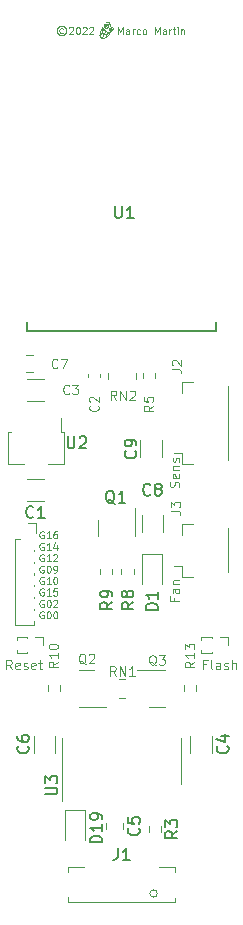
<source format=gbr>
%TF.GenerationSoftware,KiCad,Pcbnew,6.0.2*%
%TF.CreationDate,2022-03-25T15:37:29+01:00*%
%TF.ProjectId,espriktning,65737072-696b-4746-9e69-6e672e6b6963,rev?*%
%TF.SameCoordinates,Original*%
%TF.FileFunction,Legend,Top*%
%TF.FilePolarity,Positive*%
%FSLAX46Y46*%
G04 Gerber Fmt 4.6, Leading zero omitted, Abs format (unit mm)*
G04 Created by KiCad (PCBNEW 6.0.2) date 2022-03-25 15:37:29*
%MOMM*%
%LPD*%
G01*
G04 APERTURE LIST*
%ADD10C,0.045155*%
%ADD11C,0.100000*%
%ADD12C,0.120000*%
%ADD13C,0.150000*%
%ADD14C,0.152400*%
G04 APERTURE END LIST*
D10*
X39077889Y-30976250D02*
X39082922Y-30977953D01*
X38570702Y-30631891D02*
X38577758Y-30627368D01*
X38421562Y-31035774D02*
X38435849Y-31056413D01*
X38667933Y-30602191D02*
X38667933Y-30602191D01*
X38133570Y-31425056D02*
X38145937Y-31364655D01*
X38969071Y-31156316D02*
X38965484Y-31152553D01*
X38499453Y-31130985D02*
X38516947Y-31147686D01*
X38790901Y-30653126D02*
X38796659Y-30659166D01*
X38422695Y-31433409D02*
X38403462Y-31414155D01*
X38127121Y-31481294D02*
X38133570Y-31425056D01*
X38650152Y-30949100D02*
X38641449Y-30947994D01*
X38563884Y-30636740D02*
X38570702Y-30631891D01*
X38943914Y-31116961D02*
X38942211Y-31111928D01*
X38497562Y-30741047D02*
X38499504Y-30732633D01*
X39013459Y-31183175D02*
X39008425Y-31181472D01*
X39153448Y-31068636D02*
X39153866Y-31074138D01*
X38499504Y-30819556D02*
X38497562Y-30811142D01*
X38676882Y-30602418D02*
X38685713Y-30603089D01*
X38958863Y-31144530D02*
X38955842Y-31140283D01*
X38937341Y-31079713D02*
X38937341Y-31079713D01*
X38807288Y-30672045D02*
X38812136Y-30678864D01*
X38173890Y-31696803D02*
X38154930Y-31662769D01*
X38494927Y-30758314D02*
X38496033Y-30749611D01*
X38608139Y-30939445D02*
X38600242Y-30936332D01*
X38403462Y-31414155D02*
X38386188Y-31391977D01*
X38634962Y-31232409D02*
X38656766Y-31244050D01*
X39022867Y-31340568D02*
X39022867Y-31340568D01*
X38910257Y-30491007D02*
X38910257Y-30491007D01*
X38608139Y-30612744D02*
X38616219Y-30610010D01*
X38496033Y-30802578D02*
X38494927Y-30793875D01*
X39003506Y-30979893D02*
X39008425Y-30977953D01*
X38585040Y-30623180D02*
X38592538Y-30619340D01*
X38557314Y-30910287D02*
X38551004Y-30904821D01*
X38676882Y-30949772D02*
X38667933Y-30949998D01*
X38154930Y-31662769D02*
X38140495Y-31624108D01*
X38828170Y-30708404D02*
X38831284Y-30716301D01*
X38528578Y-30880144D02*
X38523729Y-30873326D01*
X38544964Y-30653126D02*
X38551004Y-30647368D01*
X39012889Y-31346269D02*
X38941962Y-31388092D01*
X38743327Y-30619340D02*
X38750825Y-30623180D01*
X38852370Y-31313615D02*
X38906994Y-31324858D01*
X39013459Y-30976250D02*
X39018600Y-30974790D01*
X39135505Y-31140283D02*
X39132485Y-31144530D01*
X38836361Y-30732633D02*
X38838303Y-30741047D01*
X39149137Y-31111928D02*
X39147433Y-31116961D01*
X38802125Y-30665476D02*
X38807288Y-30672045D01*
X38758215Y-31635336D02*
X38705194Y-31675850D01*
X38945854Y-31121881D02*
X38943914Y-31116961D01*
X38994036Y-30984455D02*
X38998707Y-30982062D01*
X38409862Y-31797667D02*
X38367040Y-31798628D01*
X39092641Y-30982062D02*
X39097312Y-30984455D01*
X38632885Y-30946465D02*
X38624472Y-30944523D01*
X38260165Y-31083296D02*
X38306306Y-31003481D01*
X39045674Y-31188046D02*
X39045674Y-31188046D01*
X38941962Y-31388092D02*
X38870888Y-31423777D01*
X38331830Y-31099991D02*
X38337178Y-31048014D01*
X38698383Y-31482083D02*
X38665657Y-31487828D01*
X39040099Y-30971520D02*
X39045674Y-30971380D01*
X38224266Y-31750617D02*
X38197095Y-31726117D01*
X38989499Y-31172362D02*
X38985104Y-31169544D01*
X39138323Y-31023538D02*
X39140932Y-31028075D01*
X39122277Y-31156316D02*
X39118515Y-31159903D01*
X38338901Y-31272471D02*
X38333086Y-31234510D01*
X38650152Y-30603089D02*
X38658984Y-30602418D01*
X39256638Y-30928616D02*
X39238108Y-31088265D01*
X38989499Y-30987063D02*
X38994036Y-30984455D01*
X39087842Y-31179532D02*
X39082922Y-31181472D01*
X38940751Y-31106787D02*
X38939542Y-31101546D01*
X38980856Y-30992901D02*
X38985104Y-30989881D01*
X38824687Y-30851489D02*
X38820847Y-30858987D01*
X39056750Y-31187487D02*
X39051249Y-31187905D01*
X38955842Y-31019143D02*
X38958863Y-31014895D01*
X39125864Y-31152553D02*
X39122277Y-31156316D01*
X38550971Y-31762185D02*
X38502106Y-31779539D01*
X38164502Y-31300186D02*
X38189542Y-31231741D01*
X38515019Y-30693202D02*
X38519206Y-30685919D01*
X39106244Y-30989881D02*
X39110491Y-30992901D01*
X39143324Y-31126680D02*
X39140932Y-31131351D01*
X39114584Y-31163308D02*
X39110491Y-31166524D01*
X38937900Y-31068636D02*
X38938589Y-31063215D01*
X39023841Y-31185845D02*
X39018600Y-31184635D01*
X38435849Y-31056413D02*
X38450785Y-31076243D01*
X39029176Y-31186798D02*
X39023841Y-31185845D01*
X38771982Y-30915449D02*
X38765164Y-30920298D01*
X38511178Y-30851489D02*
X38507696Y-30843786D01*
X38347230Y-31307120D02*
X38338901Y-31272471D01*
X39077889Y-31183175D02*
X39072748Y-31184635D01*
X38812136Y-30678864D02*
X38816659Y-30685919D01*
X38585040Y-30929009D02*
X38577758Y-30924821D01*
X38841610Y-30785044D02*
X38840938Y-30793875D01*
X38386188Y-31391977D02*
X38370984Y-31366796D01*
X39110491Y-31166524D02*
X39106244Y-31169544D01*
X38831284Y-30716301D02*
X38834018Y-30724381D01*
X39092641Y-31177363D02*
X39087842Y-31179532D01*
X38727727Y-30939445D02*
X38719646Y-30942179D01*
X39101848Y-30987063D02*
X39106244Y-30989881D01*
X38819029Y-31312059D02*
X38608064Y-31733989D01*
X38577758Y-30924821D02*
X38570702Y-30920298D01*
X38834018Y-30724381D02*
X38836361Y-30732633D01*
X39023841Y-30973580D02*
X39029176Y-30972628D01*
X39067507Y-30973580D02*
X39072748Y-30974790D01*
X38655104Y-30488156D02*
X38910257Y-30491007D01*
X38942211Y-31111928D02*
X38940751Y-31106787D01*
X38980856Y-31166524D02*
X38976764Y-31163308D01*
X38326791Y-31794310D02*
X38289393Y-31784807D01*
X38950416Y-31131351D02*
X38948023Y-31126680D01*
X38963838Y-31333813D02*
X39022867Y-31340568D01*
X38725749Y-31274938D02*
X38749920Y-31283925D01*
X38758108Y-30924821D02*
X38750825Y-30929009D01*
X39153448Y-31090789D02*
X39152759Y-31096211D01*
X38641449Y-30947994D02*
X38632885Y-30946465D01*
X38802125Y-30886713D02*
X38796659Y-30893023D01*
X38750825Y-30929009D02*
X38743327Y-30932849D01*
X38370984Y-31366796D02*
X38357961Y-31338536D01*
X38834018Y-30827808D02*
X38831284Y-30835888D01*
X38836361Y-30819556D02*
X38834018Y-30827808D01*
X39154007Y-31079713D02*
X39153866Y-31085287D01*
X38945854Y-31037544D02*
X38948023Y-31032746D01*
X38507696Y-30708404D02*
X38511178Y-30700700D01*
X38796659Y-30893023D02*
X38790901Y-30899063D01*
X38937341Y-31079713D02*
X38937482Y-31074138D01*
X39056750Y-30971939D02*
X39062172Y-30972628D01*
X38735624Y-30615857D02*
X38743327Y-30619340D01*
X38517000Y-31482723D02*
X38491040Y-31474395D01*
X39143324Y-31032746D02*
X39145494Y-31037544D01*
X38221337Y-31159413D02*
X38260165Y-31083296D01*
X38743327Y-30932849D02*
X38735624Y-30936332D01*
X38652794Y-31710434D02*
X38601294Y-31739181D01*
X38731849Y-31474263D02*
X38698383Y-31482083D01*
X38998707Y-30982062D02*
X39003506Y-30979893D01*
X38976764Y-30996118D02*
X38980856Y-30992901D01*
X38658984Y-30602418D02*
X38667933Y-30602191D01*
X38633782Y-31491420D02*
X38602867Y-31492783D01*
X39129269Y-31148623D02*
X39125864Y-31152553D01*
X38937482Y-31085287D02*
X38937341Y-31079713D01*
X39118515Y-31159903D02*
X39114584Y-31163308D01*
X39045674Y-30971380D02*
X39045674Y-30971380D01*
X38800555Y-31452707D02*
X38765943Y-31464445D01*
X38950416Y-31028075D02*
X38953024Y-31023538D01*
X39097312Y-30984455D02*
X39101848Y-30987063D01*
X39132485Y-31144530D02*
X39129269Y-31148623D01*
X38702980Y-30946465D02*
X38694416Y-30947994D01*
X38955842Y-31140283D02*
X38953024Y-31135887D01*
X38357961Y-31338536D02*
X38347230Y-31307120D01*
X38749920Y-31283925D02*
X38800000Y-31300000D01*
X38466367Y-31095274D02*
X38482591Y-31113518D01*
X38667933Y-30949998D02*
X38658984Y-30949772D01*
X38551004Y-30904821D02*
X38544964Y-30899063D01*
X38758108Y-30627368D02*
X38765164Y-30631891D01*
X39101848Y-31172362D02*
X39097312Y-31174971D01*
X38840938Y-30793875D02*
X38839832Y-30802578D01*
X39034597Y-31187487D02*
X39029176Y-31186798D01*
X38255126Y-31770212D02*
X38224266Y-31750617D01*
X38938589Y-31063215D02*
X38939542Y-31057880D01*
X39153866Y-31074138D02*
X39154007Y-31079713D01*
X38985104Y-30989881D02*
X38989499Y-30987063D01*
X38711394Y-30944523D02*
X38702980Y-30946465D01*
X38679168Y-31255011D02*
X38702163Y-31265304D01*
X38962079Y-31010803D02*
X38965484Y-31006872D01*
X39051249Y-31187905D02*
X39045674Y-31188046D01*
X39018600Y-30974790D02*
X39023841Y-30973580D01*
X38702163Y-31265304D02*
X38725749Y-31274938D01*
X38906994Y-31324858D02*
X38963838Y-31333813D01*
X38360038Y-30920064D02*
X38360038Y-30920064D01*
X38958863Y-31014895D02*
X38962079Y-31010803D01*
X39051249Y-30971520D02*
X39056750Y-30971939D01*
X38632885Y-30605724D02*
X38641449Y-30604195D01*
X38557314Y-30641902D02*
X38563884Y-30636740D01*
X38840938Y-30758314D02*
X38841610Y-30767146D01*
X38515019Y-30858987D02*
X38511178Y-30851489D01*
X39045674Y-30971380D02*
X39051249Y-30971520D01*
X38494927Y-30793875D02*
X38494256Y-30785044D01*
X38553817Y-31178833D02*
X38573184Y-31193300D01*
X38439863Y-31069735D02*
X38151924Y-31634208D01*
X38450785Y-31076243D02*
X38466367Y-31095274D01*
X38494256Y-30767146D02*
X38494927Y-30758314D01*
X38841836Y-30776095D02*
X38841836Y-30776095D01*
X38523729Y-30873326D02*
X38519206Y-30866270D01*
X38502106Y-31779539D02*
X38454976Y-31791335D01*
X38727727Y-30612744D02*
X38735624Y-30615857D01*
X38969071Y-31003110D02*
X38972833Y-30999522D01*
X39067507Y-31185845D02*
X39062172Y-31186798D01*
X38140495Y-31624108D02*
X38130862Y-31580914D01*
X38765943Y-31464445D02*
X38731849Y-31474263D01*
X38939542Y-31101546D02*
X38938589Y-31096211D01*
X38494029Y-30776095D02*
X38494029Y-30776095D01*
X38778551Y-30641902D02*
X38784861Y-30647368D01*
X39150596Y-31052638D02*
X39151806Y-31057880D01*
X38511178Y-30700700D02*
X38515019Y-30693202D01*
X39008425Y-30977953D02*
X39013459Y-30976250D01*
X38918211Y-31477287D02*
X38865002Y-31536148D01*
X38504582Y-30716301D02*
X38507696Y-30708404D01*
X38454976Y-31791335D02*
X38409862Y-31797667D01*
X38811577Y-31588800D02*
X38758215Y-31635336D01*
X38994036Y-31174971D02*
X38989499Y-31172362D01*
X38624472Y-30944523D02*
X38616219Y-30942179D01*
X39062172Y-30972628D02*
X39067507Y-30973580D01*
X39029176Y-30972628D02*
X39034597Y-30971939D01*
X38360038Y-30920064D02*
X38371008Y-30944911D01*
X38765164Y-30920298D02*
X38758108Y-30924821D01*
X39256638Y-30928616D02*
X39256638Y-30928616D01*
X38533740Y-30886713D02*
X38528578Y-30880144D01*
X38685713Y-30603089D02*
X38694416Y-30604195D01*
X39153866Y-31085287D02*
X39153448Y-31090789D01*
X39118515Y-30999522D02*
X39122277Y-31003110D01*
X38394959Y-30992026D02*
X38407931Y-31014315D01*
X38831284Y-30835888D02*
X38828170Y-30843786D01*
X38494029Y-30776095D02*
X38494256Y-30767146D01*
X39135505Y-31019143D02*
X39138323Y-31023538D01*
X38443776Y-31449816D02*
X38422695Y-31433409D01*
X38602363Y-31226533D02*
X38314424Y-31791006D01*
X38482591Y-31113518D02*
X38499453Y-31130985D01*
X39145494Y-31037544D02*
X39147433Y-31042464D01*
X38528578Y-30672045D02*
X38533740Y-30665476D01*
X38600242Y-30615857D02*
X38608139Y-30612744D01*
X39154007Y-31079713D02*
X39154007Y-31079713D01*
X38577758Y-30627368D02*
X38585040Y-30623180D01*
X38694416Y-30604195D02*
X38702980Y-30605724D01*
X38289393Y-31784807D02*
X38255126Y-31770212D01*
X38656766Y-31244050D02*
X38679168Y-31255011D01*
X38965484Y-31006872D02*
X38969071Y-31003110D01*
X38838303Y-30741047D02*
X38839832Y-30749611D01*
X39150596Y-31106787D02*
X39149137Y-31111928D01*
X38962079Y-31148623D02*
X38958863Y-31144530D01*
X38736354Y-30687717D02*
X38736250Y-30691825D01*
X38736250Y-30691825D02*
X38735942Y-30695879D01*
X38735942Y-30695879D02*
X38735434Y-30699874D01*
X38735434Y-30699874D02*
X38734732Y-30703805D01*
X38734732Y-30703805D02*
X38733841Y-30707667D01*
X38733841Y-30707667D02*
X38732765Y-30711455D01*
X38732765Y-30711455D02*
X38731510Y-30715164D01*
X38731510Y-30715164D02*
X38730081Y-30718789D01*
X38730081Y-30718789D02*
X38728482Y-30722325D01*
X38728482Y-30722325D02*
X38726719Y-30725767D01*
X38726719Y-30725767D02*
X38724797Y-30729109D01*
X38724797Y-30729109D02*
X38722721Y-30732348D01*
X38722721Y-30732348D02*
X38720495Y-30735478D01*
X38720495Y-30735478D02*
X38718126Y-30738493D01*
X38718126Y-30738493D02*
X38715617Y-30741390D01*
X38715617Y-30741390D02*
X38712974Y-30744162D01*
X38712974Y-30744162D02*
X38710201Y-30746805D01*
X38710201Y-30746805D02*
X38707305Y-30749314D01*
X38707305Y-30749314D02*
X38704290Y-30751684D01*
X38704290Y-30751684D02*
X38701160Y-30753909D01*
X38701160Y-30753909D02*
X38697921Y-30755985D01*
X38697921Y-30755985D02*
X38694578Y-30757908D01*
X38694578Y-30757908D02*
X38691136Y-30759670D01*
X38691136Y-30759670D02*
X38687601Y-30761269D01*
X38687601Y-30761269D02*
X38683976Y-30762698D01*
X38683976Y-30762698D02*
X38680267Y-30763953D01*
X38680267Y-30763953D02*
X38676479Y-30765029D01*
X38676479Y-30765029D02*
X38672617Y-30765920D01*
X38672617Y-30765920D02*
X38668686Y-30766622D01*
X38668686Y-30766622D02*
X38664691Y-30767130D01*
X38664691Y-30767130D02*
X38660637Y-30767438D01*
X38660637Y-30767438D02*
X38656529Y-30767542D01*
X38656529Y-30767542D02*
X38652422Y-30767438D01*
X38652422Y-30767438D02*
X38648368Y-30767130D01*
X38648368Y-30767130D02*
X38644373Y-30766622D01*
X38644373Y-30766622D02*
X38640442Y-30765920D01*
X38640442Y-30765920D02*
X38636580Y-30765029D01*
X38636580Y-30765029D02*
X38632792Y-30763953D01*
X38632792Y-30763953D02*
X38629083Y-30762698D01*
X38629083Y-30762698D02*
X38625458Y-30761269D01*
X38625458Y-30761269D02*
X38621922Y-30759670D01*
X38621922Y-30759670D02*
X38618480Y-30757908D01*
X38618480Y-30757908D02*
X38615137Y-30755985D01*
X38615137Y-30755985D02*
X38611899Y-30753909D01*
X38611899Y-30753909D02*
X38608769Y-30751684D01*
X38608769Y-30751684D02*
X38605754Y-30749314D01*
X38605754Y-30749314D02*
X38602857Y-30746805D01*
X38602857Y-30746805D02*
X38600085Y-30744162D01*
X38600085Y-30744162D02*
X38597442Y-30741390D01*
X38597442Y-30741390D02*
X38594933Y-30738493D01*
X38594933Y-30738493D02*
X38592563Y-30735478D01*
X38592563Y-30735478D02*
X38590338Y-30732348D01*
X38590338Y-30732348D02*
X38588261Y-30729109D01*
X38588261Y-30729109D02*
X38586339Y-30725767D01*
X38586339Y-30725767D02*
X38584576Y-30722325D01*
X38584576Y-30722325D02*
X38582978Y-30718789D01*
X38582978Y-30718789D02*
X38581549Y-30715164D01*
X38581549Y-30715164D02*
X38580294Y-30711455D01*
X38580294Y-30711455D02*
X38579218Y-30707667D01*
X38579218Y-30707667D02*
X38578327Y-30703805D01*
X38578327Y-30703805D02*
X38577625Y-30699874D01*
X38577625Y-30699874D02*
X38577117Y-30695879D01*
X38577117Y-30695879D02*
X38576809Y-30691825D01*
X38576809Y-30691825D02*
X38576705Y-30687717D01*
X38576705Y-30687717D02*
X38576809Y-30683610D01*
X38576809Y-30683610D02*
X38577117Y-30679556D01*
X38577117Y-30679556D02*
X38577625Y-30675561D01*
X38577625Y-30675561D02*
X38578327Y-30671630D01*
X38578327Y-30671630D02*
X38579218Y-30667768D01*
X38579218Y-30667768D02*
X38580294Y-30663980D01*
X38580294Y-30663980D02*
X38581549Y-30660271D01*
X38581549Y-30660271D02*
X38582978Y-30656646D01*
X38582978Y-30656646D02*
X38584576Y-30653110D01*
X38584576Y-30653110D02*
X38586339Y-30649668D01*
X38586339Y-30649668D02*
X38588261Y-30646326D01*
X38588261Y-30646326D02*
X38590338Y-30643087D01*
X38590338Y-30643087D02*
X38592563Y-30639957D01*
X38592563Y-30639957D02*
X38594933Y-30636942D01*
X38594933Y-30636942D02*
X38597442Y-30634045D01*
X38597442Y-30634045D02*
X38600085Y-30631273D01*
X38600085Y-30631273D02*
X38602857Y-30628630D01*
X38602857Y-30628630D02*
X38605754Y-30626121D01*
X38605754Y-30626121D02*
X38608769Y-30623751D01*
X38608769Y-30623751D02*
X38611899Y-30621526D01*
X38611899Y-30621526D02*
X38615137Y-30619449D01*
X38615137Y-30619449D02*
X38618480Y-30617527D01*
X38618480Y-30617527D02*
X38621922Y-30615765D01*
X38621922Y-30615765D02*
X38625458Y-30614166D01*
X38625458Y-30614166D02*
X38629083Y-30612737D01*
X38629083Y-30612737D02*
X38632792Y-30611482D01*
X38632792Y-30611482D02*
X38636580Y-30610406D01*
X38636580Y-30610406D02*
X38640442Y-30609515D01*
X38640442Y-30609515D02*
X38644373Y-30608813D01*
X38644373Y-30608813D02*
X38648368Y-30608305D01*
X38648368Y-30608305D02*
X38652422Y-30607997D01*
X38652422Y-30607997D02*
X38656529Y-30607893D01*
X38656529Y-30607893D02*
X38660637Y-30607997D01*
X38660637Y-30607997D02*
X38664691Y-30608305D01*
X38664691Y-30608305D02*
X38668686Y-30608813D01*
X38668686Y-30608813D02*
X38672617Y-30609515D01*
X38672617Y-30609515D02*
X38676479Y-30610406D01*
X38676479Y-30610406D02*
X38680267Y-30611482D01*
X38680267Y-30611482D02*
X38683976Y-30612737D01*
X38683976Y-30612737D02*
X38687601Y-30614166D01*
X38687601Y-30614166D02*
X38691136Y-30615765D01*
X38691136Y-30615765D02*
X38694578Y-30617527D01*
X38694578Y-30617527D02*
X38697921Y-30619449D01*
X38697921Y-30619449D02*
X38701160Y-30621526D01*
X38701160Y-30621526D02*
X38704290Y-30623751D01*
X38704290Y-30623751D02*
X38707305Y-30626121D01*
X38707305Y-30626121D02*
X38710201Y-30628630D01*
X38710201Y-30628630D02*
X38712974Y-30631273D01*
X38712974Y-30631273D02*
X38715617Y-30634045D01*
X38715617Y-30634045D02*
X38718126Y-30636942D01*
X38718126Y-30636942D02*
X38720495Y-30639957D01*
X38720495Y-30639957D02*
X38722721Y-30643087D01*
X38722721Y-30643087D02*
X38724797Y-30646326D01*
X38724797Y-30646326D02*
X38726719Y-30649668D01*
X38726719Y-30649668D02*
X38728482Y-30653110D01*
X38728482Y-30653110D02*
X38730081Y-30656646D01*
X38730081Y-30656646D02*
X38731510Y-30660271D01*
X38731510Y-30660271D02*
X38732765Y-30663980D01*
X38732765Y-30663980D02*
X38733841Y-30667768D01*
X38733841Y-30667768D02*
X38734732Y-30671630D01*
X38734732Y-30671630D02*
X38735434Y-30675561D01*
X38735434Y-30675561D02*
X38735942Y-30679556D01*
X38735942Y-30679556D02*
X38736250Y-30683610D01*
X38736250Y-30683610D02*
X38736354Y-30687717D01*
X38736354Y-30687717D02*
X38736354Y-30687717D01*
G36*
X38660637Y-30607997D02*
G01*
X38664691Y-30608305D01*
X38668686Y-30608813D01*
X38672617Y-30609515D01*
X38676479Y-30610406D01*
X38680267Y-30611482D01*
X38683976Y-30612737D01*
X38687601Y-30614166D01*
X38691136Y-30615765D01*
X38694578Y-30617527D01*
X38697921Y-30619449D01*
X38701160Y-30621526D01*
X38704290Y-30623751D01*
X38707305Y-30626121D01*
X38710201Y-30628630D01*
X38712974Y-30631273D01*
X38715617Y-30634045D01*
X38718126Y-30636942D01*
X38720495Y-30639957D01*
X38722721Y-30643087D01*
X38724797Y-30646326D01*
X38726719Y-30649668D01*
X38728482Y-30653110D01*
X38730081Y-30656646D01*
X38731510Y-30660271D01*
X38732765Y-30663980D01*
X38733841Y-30667768D01*
X38734732Y-30671630D01*
X38735434Y-30675561D01*
X38735942Y-30679556D01*
X38736250Y-30683610D01*
X38736354Y-30687717D01*
X38736250Y-30691825D01*
X38735942Y-30695879D01*
X38735434Y-30699874D01*
X38734732Y-30703805D01*
X38733841Y-30707667D01*
X38732765Y-30711455D01*
X38731510Y-30715164D01*
X38730081Y-30718789D01*
X38728482Y-30722325D01*
X38726719Y-30725767D01*
X38724797Y-30729109D01*
X38722721Y-30732348D01*
X38720495Y-30735478D01*
X38718126Y-30738493D01*
X38715617Y-30741390D01*
X38712974Y-30744162D01*
X38710201Y-30746805D01*
X38707305Y-30749314D01*
X38704290Y-30751684D01*
X38701160Y-30753909D01*
X38697921Y-30755985D01*
X38694578Y-30757908D01*
X38691136Y-30759670D01*
X38687601Y-30761269D01*
X38683976Y-30762698D01*
X38680267Y-30763953D01*
X38676479Y-30765029D01*
X38672617Y-30765920D01*
X38668686Y-30766622D01*
X38664691Y-30767130D01*
X38660637Y-30767438D01*
X38656529Y-30767542D01*
X38652422Y-30767438D01*
X38648368Y-30767130D01*
X38644373Y-30766622D01*
X38640442Y-30765920D01*
X38636580Y-30765029D01*
X38632792Y-30763953D01*
X38629083Y-30762698D01*
X38625458Y-30761269D01*
X38621922Y-30759670D01*
X38618480Y-30757908D01*
X38615137Y-30755985D01*
X38611899Y-30753909D01*
X38608769Y-30751684D01*
X38605754Y-30749314D01*
X38602857Y-30746805D01*
X38600085Y-30744162D01*
X38597442Y-30741390D01*
X38594933Y-30738493D01*
X38592563Y-30735478D01*
X38590338Y-30732348D01*
X38588261Y-30729109D01*
X38586339Y-30725767D01*
X38584576Y-30722325D01*
X38582978Y-30718789D01*
X38581549Y-30715164D01*
X38580294Y-30711455D01*
X38579218Y-30707667D01*
X38578327Y-30703805D01*
X38577625Y-30699874D01*
X38577117Y-30695879D01*
X38576809Y-30691825D01*
X38576705Y-30687717D01*
X38576809Y-30683610D01*
X38577117Y-30679556D01*
X38577625Y-30675561D01*
X38578327Y-30671630D01*
X38579218Y-30667768D01*
X38580294Y-30663980D01*
X38581549Y-30660271D01*
X38582978Y-30656646D01*
X38584576Y-30653110D01*
X38586339Y-30649668D01*
X38588261Y-30646326D01*
X38590338Y-30643087D01*
X38592563Y-30639957D01*
X38594933Y-30636942D01*
X38597442Y-30634045D01*
X38600085Y-30631273D01*
X38602857Y-30628630D01*
X38605754Y-30626121D01*
X38608769Y-30623751D01*
X38611899Y-30621526D01*
X38615137Y-30619449D01*
X38618480Y-30617527D01*
X38621922Y-30615765D01*
X38625458Y-30614166D01*
X38629083Y-30612737D01*
X38632792Y-30611482D01*
X38636580Y-30610406D01*
X38640442Y-30609515D01*
X38644373Y-30608813D01*
X38648368Y-30608305D01*
X38652422Y-30607997D01*
X38656529Y-30607893D01*
X38660637Y-30607997D01*
G37*
X38660637Y-30607997D02*
X38664691Y-30608305D01*
X38668686Y-30608813D01*
X38672617Y-30609515D01*
X38676479Y-30610406D01*
X38680267Y-30611482D01*
X38683976Y-30612737D01*
X38687601Y-30614166D01*
X38691136Y-30615765D01*
X38694578Y-30617527D01*
X38697921Y-30619449D01*
X38701160Y-30621526D01*
X38704290Y-30623751D01*
X38707305Y-30626121D01*
X38710201Y-30628630D01*
X38712974Y-30631273D01*
X38715617Y-30634045D01*
X38718126Y-30636942D01*
X38720495Y-30639957D01*
X38722721Y-30643087D01*
X38724797Y-30646326D01*
X38726719Y-30649668D01*
X38728482Y-30653110D01*
X38730081Y-30656646D01*
X38731510Y-30660271D01*
X38732765Y-30663980D01*
X38733841Y-30667768D01*
X38734732Y-30671630D01*
X38735434Y-30675561D01*
X38735942Y-30679556D01*
X38736250Y-30683610D01*
X38736354Y-30687717D01*
X38736250Y-30691825D01*
X38735942Y-30695879D01*
X38735434Y-30699874D01*
X38734732Y-30703805D01*
X38733841Y-30707667D01*
X38732765Y-30711455D01*
X38731510Y-30715164D01*
X38730081Y-30718789D01*
X38728482Y-30722325D01*
X38726719Y-30725767D01*
X38724797Y-30729109D01*
X38722721Y-30732348D01*
X38720495Y-30735478D01*
X38718126Y-30738493D01*
X38715617Y-30741390D01*
X38712974Y-30744162D01*
X38710201Y-30746805D01*
X38707305Y-30749314D01*
X38704290Y-30751684D01*
X38701160Y-30753909D01*
X38697921Y-30755985D01*
X38694578Y-30757908D01*
X38691136Y-30759670D01*
X38687601Y-30761269D01*
X38683976Y-30762698D01*
X38680267Y-30763953D01*
X38676479Y-30765029D01*
X38672617Y-30765920D01*
X38668686Y-30766622D01*
X38664691Y-30767130D01*
X38660637Y-30767438D01*
X38656529Y-30767542D01*
X38652422Y-30767438D01*
X38648368Y-30767130D01*
X38644373Y-30766622D01*
X38640442Y-30765920D01*
X38636580Y-30765029D01*
X38632792Y-30763953D01*
X38629083Y-30762698D01*
X38625458Y-30761269D01*
X38621922Y-30759670D01*
X38618480Y-30757908D01*
X38615137Y-30755985D01*
X38611899Y-30753909D01*
X38608769Y-30751684D01*
X38605754Y-30749314D01*
X38602857Y-30746805D01*
X38600085Y-30744162D01*
X38597442Y-30741390D01*
X38594933Y-30738493D01*
X38592563Y-30735478D01*
X38590338Y-30732348D01*
X38588261Y-30729109D01*
X38586339Y-30725767D01*
X38584576Y-30722325D01*
X38582978Y-30718789D01*
X38581549Y-30715164D01*
X38580294Y-30711455D01*
X38579218Y-30707667D01*
X38578327Y-30703805D01*
X38577625Y-30699874D01*
X38577117Y-30695879D01*
X38576809Y-30691825D01*
X38576705Y-30687717D01*
X38576809Y-30683610D01*
X38577117Y-30679556D01*
X38577625Y-30675561D01*
X38578327Y-30671630D01*
X38579218Y-30667768D01*
X38580294Y-30663980D01*
X38581549Y-30660271D01*
X38582978Y-30656646D01*
X38584576Y-30653110D01*
X38586339Y-30649668D01*
X38588261Y-30646326D01*
X38590338Y-30643087D01*
X38592563Y-30639957D01*
X38594933Y-30636942D01*
X38597442Y-30634045D01*
X38600085Y-30631273D01*
X38602857Y-30628630D01*
X38605754Y-30626121D01*
X38608769Y-30623751D01*
X38611899Y-30621526D01*
X38615137Y-30619449D01*
X38618480Y-30617527D01*
X38621922Y-30615765D01*
X38625458Y-30614166D01*
X38629083Y-30612737D01*
X38632792Y-30611482D01*
X38636580Y-30610406D01*
X38640442Y-30609515D01*
X38644373Y-30608813D01*
X38648368Y-30608305D01*
X38652422Y-30607997D01*
X38656529Y-30607893D01*
X38660637Y-30607997D01*
X39022867Y-31340568D02*
X38970926Y-31412125D01*
X38570702Y-30920298D02*
X38563884Y-30915449D01*
X38828170Y-30843786D02*
X38824687Y-30851489D01*
X39062172Y-31186798D02*
X39056750Y-31187487D01*
X38816659Y-30685919D02*
X38820847Y-30693202D01*
X38665657Y-31487828D02*
X38633782Y-31491420D01*
X38551004Y-30647368D02*
X38557314Y-30641902D01*
X38306306Y-31003481D02*
X38360038Y-30920064D01*
X38519206Y-30685919D02*
X38523729Y-30678864D01*
X39110491Y-30992901D02*
X39114584Y-30996118D01*
X38838303Y-30811142D02*
X38836361Y-30819556D01*
X39082922Y-30977953D02*
X39087842Y-30979893D01*
X38616219Y-30610010D02*
X38624472Y-30607666D01*
X38667933Y-30949998D02*
X38667933Y-30949998D01*
X38820847Y-30693202D02*
X38824687Y-30700700D01*
X39125864Y-31006872D02*
X39129269Y-31010803D01*
X38943914Y-31042464D02*
X38945854Y-31037544D01*
X38494256Y-30785044D02*
X38494029Y-30776095D01*
X38539206Y-30893023D02*
X38533740Y-30886713D01*
X38972833Y-31159903D02*
X38969071Y-31156316D01*
X38816659Y-30866270D02*
X38812136Y-30873326D01*
X38778551Y-30910287D02*
X38771982Y-30915449D01*
X38953024Y-31135887D02*
X38950416Y-31131351D01*
X38750825Y-30623180D02*
X38758108Y-30627368D01*
X38812136Y-30873326D02*
X38807288Y-30880144D01*
X38865002Y-31536148D02*
X38811577Y-31588800D01*
X38719646Y-30610010D02*
X38727727Y-30612744D01*
X39149137Y-31047498D02*
X39150596Y-31052638D01*
X38382649Y-30968894D02*
X38394959Y-30992026D01*
X39003051Y-31134767D02*
X39003116Y-31132208D01*
X39003116Y-31132208D02*
X39003308Y-31129683D01*
X39003308Y-31129683D02*
X39003624Y-31127194D01*
X39003624Y-31127194D02*
X39004061Y-31124746D01*
X39004061Y-31124746D02*
X39004616Y-31122340D01*
X39004616Y-31122340D02*
X39005286Y-31119980D01*
X39005286Y-31119980D02*
X39006068Y-31117670D01*
X39006068Y-31117670D02*
X39006959Y-31115411D01*
X39006959Y-31115411D02*
X39007954Y-31113209D01*
X39007954Y-31113209D02*
X39009053Y-31111065D01*
X39009053Y-31111065D02*
X39010250Y-31108982D01*
X39010250Y-31108982D02*
X39011543Y-31106965D01*
X39011543Y-31106965D02*
X39012930Y-31105015D01*
X39012930Y-31105015D02*
X39014406Y-31103137D01*
X39014406Y-31103137D02*
X39015969Y-31101332D01*
X39015969Y-31101332D02*
X39017615Y-31099605D01*
X39017615Y-31099605D02*
X39019342Y-31097959D01*
X39019342Y-31097959D02*
X39021147Y-31096396D01*
X39021147Y-31096396D02*
X39023025Y-31094920D01*
X39023025Y-31094920D02*
X39024975Y-31093533D01*
X39024975Y-31093533D02*
X39026992Y-31092240D01*
X39026992Y-31092240D02*
X39029075Y-31091042D01*
X39029075Y-31091042D02*
X39031219Y-31089944D01*
X39031219Y-31089944D02*
X39033422Y-31088948D01*
X39033422Y-31088948D02*
X39035680Y-31088058D01*
X39035680Y-31088058D02*
X39037990Y-31087276D01*
X39037990Y-31087276D02*
X39040350Y-31086606D01*
X39040350Y-31086606D02*
X39042756Y-31086051D01*
X39042756Y-31086051D02*
X39045205Y-31085614D01*
X39045205Y-31085614D02*
X39047693Y-31085297D01*
X39047693Y-31085297D02*
X39050219Y-31085105D01*
X39050219Y-31085105D02*
X39052777Y-31085041D01*
X39052777Y-31085041D02*
X39055336Y-31085105D01*
X39055336Y-31085105D02*
X39057862Y-31085297D01*
X39057862Y-31085297D02*
X39060350Y-31085614D01*
X39060350Y-31085614D02*
X39062799Y-31086051D01*
X39062799Y-31086051D02*
X39065205Y-31086606D01*
X39065205Y-31086606D02*
X39067565Y-31087276D01*
X39067565Y-31087276D02*
X39069875Y-31088058D01*
X39069875Y-31088058D02*
X39072133Y-31088948D01*
X39072133Y-31088948D02*
X39074336Y-31089944D01*
X39074336Y-31089944D02*
X39076480Y-31091042D01*
X39076480Y-31091042D02*
X39078563Y-31092240D01*
X39078563Y-31092240D02*
X39080580Y-31093533D01*
X39080580Y-31093533D02*
X39082530Y-31094920D01*
X39082530Y-31094920D02*
X39084408Y-31096396D01*
X39084408Y-31096396D02*
X39086213Y-31097959D01*
X39086213Y-31097959D02*
X39087940Y-31099605D01*
X39087940Y-31099605D02*
X39089586Y-31101332D01*
X39089586Y-31101332D02*
X39091149Y-31103137D01*
X39091149Y-31103137D02*
X39092625Y-31105015D01*
X39092625Y-31105015D02*
X39094012Y-31106965D01*
X39094012Y-31106965D02*
X39095305Y-31108982D01*
X39095305Y-31108982D02*
X39096502Y-31111065D01*
X39096502Y-31111065D02*
X39097601Y-31113209D01*
X39097601Y-31113209D02*
X39098596Y-31115411D01*
X39098596Y-31115411D02*
X39099487Y-31117670D01*
X39099487Y-31117670D02*
X39100269Y-31119980D01*
X39100269Y-31119980D02*
X39100939Y-31122340D01*
X39100939Y-31122340D02*
X39101494Y-31124746D01*
X39101494Y-31124746D02*
X39101931Y-31127194D01*
X39101931Y-31127194D02*
X39102247Y-31129683D01*
X39102247Y-31129683D02*
X39102439Y-31132208D01*
X39102439Y-31132208D02*
X39102504Y-31134767D01*
X39102504Y-31134767D02*
X39102439Y-31137326D01*
X39102439Y-31137326D02*
X39102247Y-31139852D01*
X39102247Y-31139852D02*
X39101931Y-31142340D01*
X39101931Y-31142340D02*
X39101494Y-31144789D01*
X39101494Y-31144789D02*
X39100939Y-31147195D01*
X39100939Y-31147195D02*
X39100269Y-31149554D01*
X39100269Y-31149554D02*
X39099487Y-31151865D01*
X39099487Y-31151865D02*
X39098596Y-31154123D01*
X39098596Y-31154123D02*
X39097601Y-31156326D01*
X39097601Y-31156326D02*
X39096502Y-31158470D01*
X39096502Y-31158470D02*
X39095305Y-31160552D01*
X39095305Y-31160552D02*
X39094012Y-31162570D01*
X39094012Y-31162570D02*
X39092625Y-31164520D01*
X39092625Y-31164520D02*
X39091149Y-31166398D01*
X39091149Y-31166398D02*
X39089586Y-31168202D01*
X39089586Y-31168202D02*
X39087940Y-31169929D01*
X39087940Y-31169929D02*
X39086213Y-31171576D01*
X39086213Y-31171576D02*
X39084408Y-31173139D01*
X39084408Y-31173139D02*
X39082530Y-31174615D01*
X39082530Y-31174615D02*
X39080580Y-31176001D01*
X39080580Y-31176001D02*
X39078563Y-31177295D01*
X39078563Y-31177295D02*
X39076480Y-31178492D01*
X39076480Y-31178492D02*
X39074336Y-31179590D01*
X39074336Y-31179590D02*
X39072133Y-31180586D01*
X39072133Y-31180586D02*
X39069875Y-31181477D01*
X39069875Y-31181477D02*
X39067565Y-31182258D01*
X39067565Y-31182258D02*
X39065205Y-31182928D01*
X39065205Y-31182928D02*
X39062799Y-31183484D01*
X39062799Y-31183484D02*
X39060350Y-31183921D01*
X39060350Y-31183921D02*
X39057862Y-31184237D01*
X39057862Y-31184237D02*
X39055336Y-31184429D01*
X39055336Y-31184429D02*
X39052777Y-31184494D01*
X39052777Y-31184494D02*
X39050219Y-31184429D01*
X39050219Y-31184429D02*
X39047693Y-31184237D01*
X39047693Y-31184237D02*
X39045205Y-31183921D01*
X39045205Y-31183921D02*
X39042756Y-31183484D01*
X39042756Y-31183484D02*
X39040350Y-31182928D01*
X39040350Y-31182928D02*
X39037990Y-31182258D01*
X39037990Y-31182258D02*
X39035680Y-31181477D01*
X39035680Y-31181477D02*
X39033422Y-31180586D01*
X39033422Y-31180586D02*
X39031219Y-31179590D01*
X39031219Y-31179590D02*
X39029075Y-31178492D01*
X39029075Y-31178492D02*
X39026992Y-31177295D01*
X39026992Y-31177295D02*
X39024975Y-31176001D01*
X39024975Y-31176001D02*
X39023025Y-31174615D01*
X39023025Y-31174615D02*
X39021147Y-31173139D01*
X39021147Y-31173139D02*
X39019342Y-31171576D01*
X39019342Y-31171576D02*
X39017615Y-31169929D01*
X39017615Y-31169929D02*
X39015969Y-31168202D01*
X39015969Y-31168202D02*
X39014406Y-31166398D01*
X39014406Y-31166398D02*
X39012930Y-31164520D01*
X39012930Y-31164520D02*
X39011543Y-31162570D01*
X39011543Y-31162570D02*
X39010250Y-31160552D01*
X39010250Y-31160552D02*
X39009053Y-31158470D01*
X39009053Y-31158470D02*
X39007954Y-31156326D01*
X39007954Y-31156326D02*
X39006959Y-31154123D01*
X39006959Y-31154123D02*
X39006068Y-31151865D01*
X39006068Y-31151865D02*
X39005286Y-31149554D01*
X39005286Y-31149554D02*
X39004616Y-31147195D01*
X39004616Y-31147195D02*
X39004061Y-31144789D01*
X39004061Y-31144789D02*
X39003624Y-31142340D01*
X39003624Y-31142340D02*
X39003308Y-31139852D01*
X39003308Y-31139852D02*
X39003116Y-31137326D01*
X39003116Y-31137326D02*
X39003051Y-31134767D01*
X39003051Y-31134767D02*
X39003051Y-31134767D01*
G36*
X39055336Y-31085105D02*
G01*
X39057862Y-31085297D01*
X39060350Y-31085614D01*
X39062799Y-31086051D01*
X39065205Y-31086606D01*
X39067565Y-31087276D01*
X39069875Y-31088058D01*
X39072133Y-31088948D01*
X39074336Y-31089944D01*
X39076480Y-31091042D01*
X39078563Y-31092240D01*
X39080580Y-31093533D01*
X39082530Y-31094920D01*
X39084408Y-31096396D01*
X39086213Y-31097959D01*
X39087940Y-31099605D01*
X39089586Y-31101332D01*
X39091149Y-31103137D01*
X39092625Y-31105015D01*
X39094012Y-31106965D01*
X39095305Y-31108982D01*
X39096502Y-31111065D01*
X39097601Y-31113209D01*
X39098596Y-31115411D01*
X39099487Y-31117670D01*
X39100269Y-31119980D01*
X39100939Y-31122340D01*
X39101494Y-31124746D01*
X39101931Y-31127194D01*
X39102247Y-31129683D01*
X39102439Y-31132208D01*
X39102504Y-31134767D01*
X39102439Y-31137326D01*
X39102247Y-31139852D01*
X39101931Y-31142340D01*
X39101494Y-31144789D01*
X39100939Y-31147195D01*
X39100269Y-31149554D01*
X39099487Y-31151865D01*
X39098596Y-31154123D01*
X39097601Y-31156326D01*
X39096502Y-31158470D01*
X39095305Y-31160552D01*
X39094012Y-31162570D01*
X39092625Y-31164520D01*
X39091149Y-31166398D01*
X39089586Y-31168202D01*
X39087940Y-31169929D01*
X39086213Y-31171576D01*
X39084408Y-31173139D01*
X39082530Y-31174615D01*
X39080580Y-31176001D01*
X39078563Y-31177295D01*
X39076480Y-31178492D01*
X39074336Y-31179590D01*
X39072133Y-31180586D01*
X39069875Y-31181477D01*
X39067565Y-31182258D01*
X39065205Y-31182928D01*
X39062799Y-31183484D01*
X39060350Y-31183921D01*
X39057862Y-31184237D01*
X39055336Y-31184429D01*
X39052777Y-31184494D01*
X39050219Y-31184429D01*
X39047693Y-31184237D01*
X39045205Y-31183921D01*
X39042756Y-31183484D01*
X39040350Y-31182928D01*
X39037990Y-31182258D01*
X39035680Y-31181477D01*
X39033422Y-31180586D01*
X39031219Y-31179590D01*
X39029075Y-31178492D01*
X39026992Y-31177295D01*
X39024975Y-31176001D01*
X39023025Y-31174615D01*
X39021147Y-31173139D01*
X39019342Y-31171576D01*
X39017615Y-31169929D01*
X39015969Y-31168202D01*
X39014406Y-31166398D01*
X39012930Y-31164520D01*
X39011543Y-31162570D01*
X39010250Y-31160552D01*
X39009053Y-31158470D01*
X39007954Y-31156326D01*
X39006959Y-31154123D01*
X39006068Y-31151865D01*
X39005286Y-31149554D01*
X39004616Y-31147195D01*
X39004061Y-31144789D01*
X39003624Y-31142340D01*
X39003308Y-31139852D01*
X39003116Y-31137326D01*
X39003051Y-31134767D01*
X39003116Y-31132208D01*
X39003308Y-31129683D01*
X39003624Y-31127194D01*
X39004061Y-31124746D01*
X39004616Y-31122340D01*
X39005286Y-31119980D01*
X39006068Y-31117670D01*
X39006959Y-31115411D01*
X39007954Y-31113209D01*
X39009053Y-31111065D01*
X39010250Y-31108982D01*
X39011543Y-31106965D01*
X39012930Y-31105015D01*
X39014406Y-31103137D01*
X39015969Y-31101332D01*
X39017615Y-31099605D01*
X39019342Y-31097959D01*
X39021147Y-31096396D01*
X39023025Y-31094920D01*
X39024975Y-31093533D01*
X39026992Y-31092240D01*
X39029075Y-31091042D01*
X39031219Y-31089944D01*
X39033422Y-31088948D01*
X39035680Y-31088058D01*
X39037990Y-31087276D01*
X39040350Y-31086606D01*
X39042756Y-31086051D01*
X39045205Y-31085614D01*
X39047693Y-31085297D01*
X39050219Y-31085105D01*
X39052777Y-31085041D01*
X39055336Y-31085105D01*
G37*
X39055336Y-31085105D02*
X39057862Y-31085297D01*
X39060350Y-31085614D01*
X39062799Y-31086051D01*
X39065205Y-31086606D01*
X39067565Y-31087276D01*
X39069875Y-31088058D01*
X39072133Y-31088948D01*
X39074336Y-31089944D01*
X39076480Y-31091042D01*
X39078563Y-31092240D01*
X39080580Y-31093533D01*
X39082530Y-31094920D01*
X39084408Y-31096396D01*
X39086213Y-31097959D01*
X39087940Y-31099605D01*
X39089586Y-31101332D01*
X39091149Y-31103137D01*
X39092625Y-31105015D01*
X39094012Y-31106965D01*
X39095305Y-31108982D01*
X39096502Y-31111065D01*
X39097601Y-31113209D01*
X39098596Y-31115411D01*
X39099487Y-31117670D01*
X39100269Y-31119980D01*
X39100939Y-31122340D01*
X39101494Y-31124746D01*
X39101931Y-31127194D01*
X39102247Y-31129683D01*
X39102439Y-31132208D01*
X39102504Y-31134767D01*
X39102439Y-31137326D01*
X39102247Y-31139852D01*
X39101931Y-31142340D01*
X39101494Y-31144789D01*
X39100939Y-31147195D01*
X39100269Y-31149554D01*
X39099487Y-31151865D01*
X39098596Y-31154123D01*
X39097601Y-31156326D01*
X39096502Y-31158470D01*
X39095305Y-31160552D01*
X39094012Y-31162570D01*
X39092625Y-31164520D01*
X39091149Y-31166398D01*
X39089586Y-31168202D01*
X39087940Y-31169929D01*
X39086213Y-31171576D01*
X39084408Y-31173139D01*
X39082530Y-31174615D01*
X39080580Y-31176001D01*
X39078563Y-31177295D01*
X39076480Y-31178492D01*
X39074336Y-31179590D01*
X39072133Y-31180586D01*
X39069875Y-31181477D01*
X39067565Y-31182258D01*
X39065205Y-31182928D01*
X39062799Y-31183484D01*
X39060350Y-31183921D01*
X39057862Y-31184237D01*
X39055336Y-31184429D01*
X39052777Y-31184494D01*
X39050219Y-31184429D01*
X39047693Y-31184237D01*
X39045205Y-31183921D01*
X39042756Y-31183484D01*
X39040350Y-31182928D01*
X39037990Y-31182258D01*
X39035680Y-31181477D01*
X39033422Y-31180586D01*
X39031219Y-31179590D01*
X39029075Y-31178492D01*
X39026992Y-31177295D01*
X39024975Y-31176001D01*
X39023025Y-31174615D01*
X39021147Y-31173139D01*
X39019342Y-31171576D01*
X39017615Y-31169929D01*
X39015969Y-31168202D01*
X39014406Y-31166398D01*
X39012930Y-31164520D01*
X39011543Y-31162570D01*
X39010250Y-31160552D01*
X39009053Y-31158470D01*
X39007954Y-31156326D01*
X39006959Y-31154123D01*
X39006068Y-31151865D01*
X39005286Y-31149554D01*
X39004616Y-31147195D01*
X39004061Y-31144789D01*
X39003624Y-31142340D01*
X39003308Y-31139852D01*
X39003116Y-31137326D01*
X39003051Y-31134767D01*
X39003116Y-31132208D01*
X39003308Y-31129683D01*
X39003624Y-31127194D01*
X39004061Y-31124746D01*
X39004616Y-31122340D01*
X39005286Y-31119980D01*
X39006068Y-31117670D01*
X39006959Y-31115411D01*
X39007954Y-31113209D01*
X39009053Y-31111065D01*
X39010250Y-31108982D01*
X39011543Y-31106965D01*
X39012930Y-31105015D01*
X39014406Y-31103137D01*
X39015969Y-31101332D01*
X39017615Y-31099605D01*
X39019342Y-31097959D01*
X39021147Y-31096396D01*
X39023025Y-31094920D01*
X39024975Y-31093533D01*
X39026992Y-31092240D01*
X39029075Y-31091042D01*
X39031219Y-31089944D01*
X39033422Y-31088948D01*
X39035680Y-31088058D01*
X39037990Y-31087276D01*
X39040350Y-31086606D01*
X39042756Y-31086051D01*
X39045205Y-31085614D01*
X39047693Y-31085297D01*
X39050219Y-31085105D01*
X39052777Y-31085041D01*
X39055336Y-31085105D01*
X38497562Y-30811142D02*
X38496033Y-30802578D01*
X38501848Y-30724381D02*
X38504582Y-30716301D01*
X38613761Y-31220078D02*
X38634962Y-31232409D01*
X38953024Y-31023538D02*
X38955842Y-31019143D01*
X39034597Y-30971939D02*
X39040099Y-30971520D01*
X38145937Y-31364655D02*
X38164502Y-31300186D01*
X38970926Y-31412125D02*
X38918211Y-31477287D01*
X38719646Y-30942179D02*
X38711394Y-30944523D01*
X38735624Y-30936332D02*
X38727727Y-30939445D01*
X38593167Y-31207045D02*
X38613761Y-31220078D01*
X38367040Y-31798628D02*
X38326791Y-31794310D01*
X38407931Y-31014315D02*
X38421562Y-31035774D01*
X38491040Y-31474395D02*
X38466595Y-31463452D01*
X39008425Y-31181472D02*
X39003506Y-31179532D01*
X39132485Y-31014895D02*
X39135505Y-31019143D01*
X38507696Y-30843786D02*
X38504582Y-30835888D01*
X38839832Y-30749611D02*
X38840938Y-30758314D01*
X38501848Y-30827808D02*
X38499504Y-30819556D01*
X39152759Y-31096211D02*
X39151806Y-31101546D01*
X39082922Y-31181472D02*
X39077889Y-31183175D01*
X38602867Y-31492783D02*
X38573025Y-31491839D01*
X38130862Y-31580914D02*
X38126311Y-31533278D01*
X38658984Y-30949772D02*
X38650152Y-30949100D01*
X38624472Y-30607666D02*
X38632885Y-30605724D01*
X39151806Y-31057880D02*
X39152759Y-31063215D01*
X38544964Y-30899063D02*
X38539206Y-30893023D01*
X38910257Y-30491007D02*
X38985805Y-30830261D01*
X38600242Y-30936332D02*
X38592538Y-30932849D01*
X38641449Y-30604195D02*
X38650152Y-30603089D01*
X38694416Y-30947994D02*
X38685713Y-30949100D01*
X38937482Y-31074138D02*
X38937900Y-31068636D01*
X38939542Y-31057880D02*
X38940751Y-31052638D01*
X39140932Y-31131351D02*
X39138323Y-31135887D01*
X38544366Y-31488512D02*
X38517000Y-31482723D01*
X38466595Y-31463452D02*
X38443776Y-31449816D01*
X38711394Y-30607666D02*
X38719646Y-30610010D01*
X38535070Y-31163632D02*
X38553817Y-31178833D01*
X38771982Y-30636740D02*
X38778551Y-30641902D01*
X38937341Y-31079713D02*
X38937341Y-31079713D01*
X38841610Y-30767146D02*
X38841836Y-30776095D01*
X38702980Y-30605724D02*
X38711394Y-30607666D01*
X38870888Y-31423777D02*
X38800555Y-31452707D01*
X38189542Y-31231741D02*
X38221337Y-31159413D01*
X38948023Y-31126680D02*
X38945854Y-31121881D01*
X39140932Y-31028075D02*
X39143324Y-31032746D01*
X38998707Y-31177363D02*
X38994036Y-31174971D01*
X39087842Y-30979893D02*
X39092641Y-30982062D01*
X38126311Y-31533278D02*
X38127121Y-31481294D01*
X39145494Y-31121881D02*
X39143324Y-31126680D01*
X38942211Y-31047498D02*
X38943914Y-31042464D01*
X38839832Y-30802578D02*
X38838303Y-30811142D01*
X38333086Y-31234510D02*
X38329895Y-31193161D01*
X38504582Y-30835888D02*
X38501848Y-30827808D01*
X38523729Y-30678864D02*
X38528578Y-30672045D01*
X38539206Y-30659166D02*
X38544964Y-30653126D01*
X39003506Y-31179532D02*
X38998707Y-31177363D01*
X39147433Y-31042464D02*
X39149137Y-31047498D01*
X39072748Y-31184635D02*
X39067507Y-31185845D01*
X38592538Y-30619340D02*
X38600242Y-30615857D01*
X38371008Y-30944911D02*
X38382649Y-30968894D01*
X38938589Y-31096211D02*
X38937900Y-31090789D01*
X38360038Y-30920064D02*
X38360038Y-30920064D01*
X38841836Y-30776095D02*
X38841610Y-30785044D01*
X39106244Y-31169544D02*
X39101848Y-31172362D01*
X38965484Y-31152553D02*
X38962079Y-31148623D01*
X39114584Y-30996118D02*
X39118515Y-30999522D01*
X38705194Y-31675850D02*
X38652794Y-31710434D01*
X38796659Y-30659166D02*
X38802125Y-30665476D01*
X38345593Y-30992340D02*
X38357187Y-30932892D01*
X38573184Y-31193300D02*
X38593167Y-31207045D01*
X38824687Y-30700700D02*
X38828170Y-30708404D01*
X38519206Y-30866270D02*
X38515019Y-30858987D01*
X38790901Y-30899063D02*
X38784861Y-30904821D01*
X39129269Y-31010803D02*
X39132485Y-31014895D01*
X38800000Y-31300000D02*
X38852370Y-31313615D01*
X38937900Y-31090789D02*
X38937482Y-31085287D01*
X38499504Y-30732633D02*
X38501848Y-30724381D01*
X38940751Y-31052638D02*
X38942211Y-31047498D01*
X38337178Y-31048014D02*
X38345593Y-30992340D01*
X39018600Y-31184635D02*
X39013459Y-31183175D01*
X38496033Y-30749611D02*
X38497562Y-30741047D01*
X38329895Y-31193161D02*
X38329440Y-31148347D01*
X39040099Y-31187905D02*
X39034597Y-31187487D01*
X39151806Y-31101546D02*
X39150596Y-31106787D01*
X39097312Y-31174971D02*
X39092641Y-31177363D01*
X38592538Y-30932849D02*
X38585040Y-30929009D01*
X38976764Y-31163308D02*
X38972833Y-31159903D01*
X38784861Y-30904821D02*
X38778551Y-30910287D01*
X38807288Y-30880144D02*
X38802125Y-30886713D01*
X38784861Y-30647368D02*
X38790901Y-30653126D01*
X38985104Y-31169544D02*
X38980856Y-31166524D01*
X38197095Y-31726117D02*
X38173890Y-31696803D01*
X39045674Y-31188046D02*
X39040099Y-31187905D01*
X38616219Y-30942179D02*
X38608139Y-30939445D01*
X39072748Y-30974790D02*
X39077889Y-30976250D01*
X38329440Y-31148347D02*
X38331830Y-31099991D01*
X38516947Y-31147686D02*
X38535070Y-31163632D01*
X38765164Y-30631891D02*
X38771982Y-30636740D01*
X39122277Y-31003110D02*
X39125864Y-31006872D01*
X38948023Y-31032746D02*
X38950416Y-31028075D01*
X38533740Y-30665476D02*
X38539206Y-30659166D01*
X38667933Y-30602191D02*
X38676882Y-30602418D01*
X38820847Y-30858987D02*
X38816659Y-30866270D01*
X38573025Y-31491839D02*
X38544366Y-31488512D01*
X38563884Y-30915449D02*
X38557314Y-30910287D01*
X38685713Y-30949100D02*
X38676882Y-30949772D01*
X39138323Y-31135887D02*
X39135505Y-31140283D01*
X39147433Y-31116961D02*
X39145494Y-31121881D01*
X38841836Y-30776095D02*
X38841836Y-30776095D01*
X39152759Y-31063215D02*
X39153448Y-31068636D01*
X38601294Y-31739181D02*
X38550971Y-31762185D01*
X38985805Y-30830261D02*
X38985805Y-30830261D01*
X38985805Y-30830261D02*
X39256638Y-30928616D01*
X38972833Y-30999522D02*
X38976764Y-30996118D01*
D11*
X33385714Y-73619000D02*
X33328571Y-73590428D01*
X33242857Y-73590428D01*
X33157142Y-73619000D01*
X33100000Y-73676142D01*
X33071428Y-73733285D01*
X33042857Y-73847571D01*
X33042857Y-73933285D01*
X33071428Y-74047571D01*
X33100000Y-74104714D01*
X33157142Y-74161857D01*
X33242857Y-74190428D01*
X33300000Y-74190428D01*
X33385714Y-74161857D01*
X33414285Y-74133285D01*
X33414285Y-73933285D01*
X33300000Y-73933285D01*
X33985714Y-74190428D02*
X33642857Y-74190428D01*
X33814285Y-74190428D02*
X33814285Y-73590428D01*
X33757142Y-73676142D01*
X33700000Y-73733285D01*
X33642857Y-73761857D01*
X34500000Y-73590428D02*
X34385714Y-73590428D01*
X34328571Y-73619000D01*
X34300000Y-73647571D01*
X34242857Y-73733285D01*
X34214285Y-73847571D01*
X34214285Y-74076142D01*
X34242857Y-74133285D01*
X34271428Y-74161857D01*
X34328571Y-74190428D01*
X34442857Y-74190428D01*
X34500000Y-74161857D01*
X34528571Y-74133285D01*
X34557142Y-74076142D01*
X34557142Y-73933285D01*
X34528571Y-73876142D01*
X34500000Y-73847571D01*
X34442857Y-73819000D01*
X34328571Y-73819000D01*
X34271428Y-73847571D01*
X34242857Y-73876142D01*
X34214285Y-73933285D01*
X33385714Y-74585000D02*
X33328571Y-74556428D01*
X33242857Y-74556428D01*
X33157142Y-74585000D01*
X33100000Y-74642142D01*
X33071428Y-74699285D01*
X33042857Y-74813571D01*
X33042857Y-74899285D01*
X33071428Y-75013571D01*
X33100000Y-75070714D01*
X33157142Y-75127857D01*
X33242857Y-75156428D01*
X33300000Y-75156428D01*
X33385714Y-75127857D01*
X33414285Y-75099285D01*
X33414285Y-74899285D01*
X33300000Y-74899285D01*
X33985714Y-75156428D02*
X33642857Y-75156428D01*
X33814285Y-75156428D02*
X33814285Y-74556428D01*
X33757142Y-74642142D01*
X33700000Y-74699285D01*
X33642857Y-74727857D01*
X34500000Y-74756428D02*
X34500000Y-75156428D01*
X34357142Y-74527857D02*
X34214285Y-74956428D01*
X34585714Y-74956428D01*
X33385714Y-75551000D02*
X33328571Y-75522428D01*
X33242857Y-75522428D01*
X33157142Y-75551000D01*
X33100000Y-75608142D01*
X33071428Y-75665285D01*
X33042857Y-75779571D01*
X33042857Y-75865285D01*
X33071428Y-75979571D01*
X33100000Y-76036714D01*
X33157142Y-76093857D01*
X33242857Y-76122428D01*
X33300000Y-76122428D01*
X33385714Y-76093857D01*
X33414285Y-76065285D01*
X33414285Y-75865285D01*
X33300000Y-75865285D01*
X33985714Y-76122428D02*
X33642857Y-76122428D01*
X33814285Y-76122428D02*
X33814285Y-75522428D01*
X33757142Y-75608142D01*
X33700000Y-75665285D01*
X33642857Y-75693857D01*
X34214285Y-75579571D02*
X34242857Y-75551000D01*
X34300000Y-75522428D01*
X34442857Y-75522428D01*
X34500000Y-75551000D01*
X34528571Y-75579571D01*
X34557142Y-75636714D01*
X34557142Y-75693857D01*
X34528571Y-75779571D01*
X34185714Y-76122428D01*
X34557142Y-76122428D01*
X33385714Y-76517000D02*
X33328571Y-76488428D01*
X33242857Y-76488428D01*
X33157142Y-76517000D01*
X33100000Y-76574142D01*
X33071428Y-76631285D01*
X33042857Y-76745571D01*
X33042857Y-76831285D01*
X33071428Y-76945571D01*
X33100000Y-77002714D01*
X33157142Y-77059857D01*
X33242857Y-77088428D01*
X33300000Y-77088428D01*
X33385714Y-77059857D01*
X33414285Y-77031285D01*
X33414285Y-76831285D01*
X33300000Y-76831285D01*
X33785714Y-76488428D02*
X33842857Y-76488428D01*
X33900000Y-76517000D01*
X33928571Y-76545571D01*
X33957142Y-76602714D01*
X33985714Y-76717000D01*
X33985714Y-76859857D01*
X33957142Y-76974142D01*
X33928571Y-77031285D01*
X33900000Y-77059857D01*
X33842857Y-77088428D01*
X33785714Y-77088428D01*
X33728571Y-77059857D01*
X33700000Y-77031285D01*
X33671428Y-76974142D01*
X33642857Y-76859857D01*
X33642857Y-76717000D01*
X33671428Y-76602714D01*
X33700000Y-76545571D01*
X33728571Y-76517000D01*
X33785714Y-76488428D01*
X34271428Y-77088428D02*
X34385714Y-77088428D01*
X34442857Y-77059857D01*
X34471428Y-77031285D01*
X34528571Y-76945571D01*
X34557142Y-76831285D01*
X34557142Y-76602714D01*
X34528571Y-76545571D01*
X34500000Y-76517000D01*
X34442857Y-76488428D01*
X34328571Y-76488428D01*
X34271428Y-76517000D01*
X34242857Y-76545571D01*
X34214285Y-76602714D01*
X34214285Y-76745571D01*
X34242857Y-76802714D01*
X34271428Y-76831285D01*
X34328571Y-76859857D01*
X34442857Y-76859857D01*
X34500000Y-76831285D01*
X34528571Y-76802714D01*
X34557142Y-76745571D01*
X33385714Y-77483000D02*
X33328571Y-77454428D01*
X33242857Y-77454428D01*
X33157142Y-77483000D01*
X33100000Y-77540142D01*
X33071428Y-77597285D01*
X33042857Y-77711571D01*
X33042857Y-77797285D01*
X33071428Y-77911571D01*
X33100000Y-77968714D01*
X33157142Y-78025857D01*
X33242857Y-78054428D01*
X33300000Y-78054428D01*
X33385714Y-78025857D01*
X33414285Y-77997285D01*
X33414285Y-77797285D01*
X33300000Y-77797285D01*
X33985714Y-78054428D02*
X33642857Y-78054428D01*
X33814285Y-78054428D02*
X33814285Y-77454428D01*
X33757142Y-77540142D01*
X33700000Y-77597285D01*
X33642857Y-77625857D01*
X34357142Y-77454428D02*
X34414285Y-77454428D01*
X34471428Y-77483000D01*
X34500000Y-77511571D01*
X34528571Y-77568714D01*
X34557142Y-77683000D01*
X34557142Y-77825857D01*
X34528571Y-77940142D01*
X34500000Y-77997285D01*
X34471428Y-78025857D01*
X34414285Y-78054428D01*
X34357142Y-78054428D01*
X34300000Y-78025857D01*
X34271428Y-77997285D01*
X34242857Y-77940142D01*
X34214285Y-77825857D01*
X34214285Y-77683000D01*
X34242857Y-77568714D01*
X34271428Y-77511571D01*
X34300000Y-77483000D01*
X34357142Y-77454428D01*
X33385714Y-78449000D02*
X33328571Y-78420428D01*
X33242857Y-78420428D01*
X33157142Y-78449000D01*
X33100000Y-78506142D01*
X33071428Y-78563285D01*
X33042857Y-78677571D01*
X33042857Y-78763285D01*
X33071428Y-78877571D01*
X33100000Y-78934714D01*
X33157142Y-78991857D01*
X33242857Y-79020428D01*
X33300000Y-79020428D01*
X33385714Y-78991857D01*
X33414285Y-78963285D01*
X33414285Y-78763285D01*
X33300000Y-78763285D01*
X33985714Y-79020428D02*
X33642857Y-79020428D01*
X33814285Y-79020428D02*
X33814285Y-78420428D01*
X33757142Y-78506142D01*
X33700000Y-78563285D01*
X33642857Y-78591857D01*
X34528571Y-78420428D02*
X34242857Y-78420428D01*
X34214285Y-78706142D01*
X34242857Y-78677571D01*
X34300000Y-78649000D01*
X34442857Y-78649000D01*
X34500000Y-78677571D01*
X34528571Y-78706142D01*
X34557142Y-78763285D01*
X34557142Y-78906142D01*
X34528571Y-78963285D01*
X34500000Y-78991857D01*
X34442857Y-79020428D01*
X34300000Y-79020428D01*
X34242857Y-78991857D01*
X34214285Y-78963285D01*
X33385714Y-79415000D02*
X33328571Y-79386428D01*
X33242857Y-79386428D01*
X33157142Y-79415000D01*
X33100000Y-79472142D01*
X33071428Y-79529285D01*
X33042857Y-79643571D01*
X33042857Y-79729285D01*
X33071428Y-79843571D01*
X33100000Y-79900714D01*
X33157142Y-79957857D01*
X33242857Y-79986428D01*
X33300000Y-79986428D01*
X33385714Y-79957857D01*
X33414285Y-79929285D01*
X33414285Y-79729285D01*
X33300000Y-79729285D01*
X33785714Y-79386428D02*
X33842857Y-79386428D01*
X33900000Y-79415000D01*
X33928571Y-79443571D01*
X33957142Y-79500714D01*
X33985714Y-79615000D01*
X33985714Y-79757857D01*
X33957142Y-79872142D01*
X33928571Y-79929285D01*
X33900000Y-79957857D01*
X33842857Y-79986428D01*
X33785714Y-79986428D01*
X33728571Y-79957857D01*
X33700000Y-79929285D01*
X33671428Y-79872142D01*
X33642857Y-79757857D01*
X33642857Y-79615000D01*
X33671428Y-79500714D01*
X33700000Y-79443571D01*
X33728571Y-79415000D01*
X33785714Y-79386428D01*
X34214285Y-79443571D02*
X34242857Y-79415000D01*
X34300000Y-79386428D01*
X34442857Y-79386428D01*
X34500000Y-79415000D01*
X34528571Y-79443571D01*
X34557142Y-79500714D01*
X34557142Y-79557857D01*
X34528571Y-79643571D01*
X34185714Y-79986428D01*
X34557142Y-79986428D01*
X33385714Y-80381000D02*
X33328571Y-80352428D01*
X33242857Y-80352428D01*
X33157142Y-80381000D01*
X33100000Y-80438142D01*
X33071428Y-80495285D01*
X33042857Y-80609571D01*
X33042857Y-80695285D01*
X33071428Y-80809571D01*
X33100000Y-80866714D01*
X33157142Y-80923857D01*
X33242857Y-80952428D01*
X33300000Y-80952428D01*
X33385714Y-80923857D01*
X33414285Y-80895285D01*
X33414285Y-80695285D01*
X33300000Y-80695285D01*
X33785714Y-80352428D02*
X33842857Y-80352428D01*
X33900000Y-80381000D01*
X33928571Y-80409571D01*
X33957142Y-80466714D01*
X33985714Y-80581000D01*
X33985714Y-80723857D01*
X33957142Y-80838142D01*
X33928571Y-80895285D01*
X33900000Y-80923857D01*
X33842857Y-80952428D01*
X33785714Y-80952428D01*
X33728571Y-80923857D01*
X33700000Y-80895285D01*
X33671428Y-80838142D01*
X33642857Y-80723857D01*
X33642857Y-80581000D01*
X33671428Y-80466714D01*
X33700000Y-80409571D01*
X33728571Y-80381000D01*
X33785714Y-80352428D01*
X34357142Y-80352428D02*
X34414285Y-80352428D01*
X34471428Y-80381000D01*
X34500000Y-80409571D01*
X34528571Y-80466714D01*
X34557142Y-80581000D01*
X34557142Y-80723857D01*
X34528571Y-80838142D01*
X34500000Y-80895285D01*
X34471428Y-80923857D01*
X34414285Y-80952428D01*
X34357142Y-80952428D01*
X34300000Y-80923857D01*
X34271428Y-80895285D01*
X34242857Y-80838142D01*
X34214285Y-80723857D01*
X34214285Y-80581000D01*
X34242857Y-80466714D01*
X34271428Y-80409571D01*
X34300000Y-80381000D01*
X34357142Y-80352428D01*
D12*
X30709523Y-85261904D02*
X30442857Y-84880952D01*
X30252380Y-85261904D02*
X30252380Y-84461904D01*
X30557142Y-84461904D01*
X30633333Y-84500000D01*
X30671428Y-84538095D01*
X30709523Y-84614285D01*
X30709523Y-84728571D01*
X30671428Y-84804761D01*
X30633333Y-84842857D01*
X30557142Y-84880952D01*
X30252380Y-84880952D01*
X31357142Y-85223809D02*
X31280952Y-85261904D01*
X31128571Y-85261904D01*
X31052380Y-85223809D01*
X31014285Y-85147619D01*
X31014285Y-84842857D01*
X31052380Y-84766666D01*
X31128571Y-84728571D01*
X31280952Y-84728571D01*
X31357142Y-84766666D01*
X31395238Y-84842857D01*
X31395238Y-84919047D01*
X31014285Y-84995238D01*
X31700000Y-85223809D02*
X31776190Y-85261904D01*
X31928571Y-85261904D01*
X32004761Y-85223809D01*
X32042857Y-85147619D01*
X32042857Y-85109523D01*
X32004761Y-85033333D01*
X31928571Y-84995238D01*
X31814285Y-84995238D01*
X31738095Y-84957142D01*
X31700000Y-84880952D01*
X31700000Y-84842857D01*
X31738095Y-84766666D01*
X31814285Y-84728571D01*
X31928571Y-84728571D01*
X32004761Y-84766666D01*
X32690476Y-85223809D02*
X32614285Y-85261904D01*
X32461904Y-85261904D01*
X32385714Y-85223809D01*
X32347619Y-85147619D01*
X32347619Y-84842857D01*
X32385714Y-84766666D01*
X32461904Y-84728571D01*
X32614285Y-84728571D01*
X32690476Y-84766666D01*
X32728571Y-84842857D01*
X32728571Y-84919047D01*
X32347619Y-84995238D01*
X32957142Y-84728571D02*
X33261904Y-84728571D01*
X33071428Y-84461904D02*
X33071428Y-85147619D01*
X33109523Y-85223809D01*
X33185714Y-85261904D01*
X33261904Y-85261904D01*
X47157142Y-84842857D02*
X46890476Y-84842857D01*
X46890476Y-85261904D02*
X46890476Y-84461904D01*
X47271428Y-84461904D01*
X47690476Y-85261904D02*
X47614285Y-85223809D01*
X47576190Y-85147619D01*
X47576190Y-84461904D01*
X48338095Y-85261904D02*
X48338095Y-84842857D01*
X48300000Y-84766666D01*
X48223809Y-84728571D01*
X48071428Y-84728571D01*
X47995238Y-84766666D01*
X48338095Y-85223809D02*
X48261904Y-85261904D01*
X48071428Y-85261904D01*
X47995238Y-85223809D01*
X47957142Y-85147619D01*
X47957142Y-85071428D01*
X47995238Y-84995238D01*
X48071428Y-84957142D01*
X48261904Y-84957142D01*
X48338095Y-84919047D01*
X48680952Y-85223809D02*
X48757142Y-85261904D01*
X48909523Y-85261904D01*
X48985714Y-85223809D01*
X49023809Y-85147619D01*
X49023809Y-85109523D01*
X48985714Y-85033333D01*
X48909523Y-84995238D01*
X48795238Y-84995238D01*
X48719047Y-84957142D01*
X48680952Y-84880952D01*
X48680952Y-84842857D01*
X48719047Y-84766666D01*
X48795238Y-84728571D01*
X48909523Y-84728571D01*
X48985714Y-84766666D01*
X49366666Y-85261904D02*
X49366666Y-84461904D01*
X49709523Y-85261904D02*
X49709523Y-84842857D01*
X49671428Y-84766666D01*
X49595238Y-84728571D01*
X49480952Y-84728571D01*
X49404761Y-84766666D01*
X49366666Y-84804761D01*
D11*
X35042455Y-31022689D02*
X34985312Y-30994118D01*
X34871027Y-30994118D01*
X34813884Y-31022689D01*
X34756741Y-31079832D01*
X34728170Y-31136975D01*
X34728170Y-31251261D01*
X34756741Y-31308404D01*
X34813884Y-31365546D01*
X34871027Y-31394118D01*
X34985312Y-31394118D01*
X35042455Y-31365546D01*
X34928170Y-30794118D02*
X34785312Y-30822689D01*
X34642455Y-30908404D01*
X34556741Y-31051261D01*
X34528170Y-31194118D01*
X34556741Y-31336975D01*
X34642455Y-31479832D01*
X34785312Y-31565546D01*
X34928170Y-31594118D01*
X35071027Y-31565546D01*
X35213884Y-31479832D01*
X35299598Y-31336975D01*
X35328170Y-31194118D01*
X35299598Y-31051261D01*
X35213884Y-30908404D01*
X35071027Y-30822689D01*
X34928170Y-30794118D01*
X35556741Y-30936975D02*
X35585312Y-30908404D01*
X35642455Y-30879832D01*
X35785312Y-30879832D01*
X35842455Y-30908404D01*
X35871027Y-30936975D01*
X35899598Y-30994118D01*
X35899598Y-31051261D01*
X35871027Y-31136975D01*
X35528170Y-31479832D01*
X35899598Y-31479832D01*
X36271027Y-30879832D02*
X36328170Y-30879832D01*
X36385312Y-30908404D01*
X36413884Y-30936975D01*
X36442455Y-30994118D01*
X36471027Y-31108404D01*
X36471027Y-31251261D01*
X36442455Y-31365546D01*
X36413884Y-31422689D01*
X36385312Y-31451261D01*
X36328170Y-31479832D01*
X36271027Y-31479832D01*
X36213884Y-31451261D01*
X36185312Y-31422689D01*
X36156741Y-31365546D01*
X36128170Y-31251261D01*
X36128170Y-31108404D01*
X36156741Y-30994118D01*
X36185312Y-30936975D01*
X36213884Y-30908404D01*
X36271027Y-30879832D01*
X36699598Y-30936975D02*
X36728170Y-30908404D01*
X36785312Y-30879832D01*
X36928170Y-30879832D01*
X36985312Y-30908404D01*
X37013884Y-30936975D01*
X37042455Y-30994118D01*
X37042455Y-31051261D01*
X37013884Y-31136975D01*
X36671027Y-31479832D01*
X37042455Y-31479832D01*
X37271027Y-30936975D02*
X37299598Y-30908404D01*
X37356741Y-30879832D01*
X37499598Y-30879832D01*
X37556741Y-30908404D01*
X37585312Y-30936975D01*
X37613884Y-30994118D01*
X37613884Y-31051261D01*
X37585312Y-31136975D01*
X37242455Y-31479832D01*
X37613884Y-31479832D01*
X39699598Y-31479832D02*
X39699598Y-30879832D01*
X39899598Y-31308404D01*
X40099598Y-30879832D01*
X40099598Y-31479832D01*
X40642455Y-31479832D02*
X40642455Y-31165546D01*
X40613884Y-31108404D01*
X40556741Y-31079832D01*
X40442455Y-31079832D01*
X40385312Y-31108404D01*
X40642455Y-31451261D02*
X40585312Y-31479832D01*
X40442455Y-31479832D01*
X40385312Y-31451261D01*
X40356741Y-31394118D01*
X40356741Y-31336975D01*
X40385312Y-31279832D01*
X40442455Y-31251261D01*
X40585312Y-31251261D01*
X40642455Y-31222689D01*
X40928170Y-31479832D02*
X40928170Y-31079832D01*
X40928170Y-31194118D02*
X40956741Y-31136975D01*
X40985312Y-31108404D01*
X41042455Y-31079832D01*
X41099598Y-31079832D01*
X41556741Y-31451261D02*
X41499598Y-31479832D01*
X41385312Y-31479832D01*
X41328170Y-31451261D01*
X41299598Y-31422689D01*
X41271027Y-31365546D01*
X41271027Y-31194118D01*
X41299598Y-31136975D01*
X41328170Y-31108404D01*
X41385312Y-31079832D01*
X41499598Y-31079832D01*
X41556741Y-31108404D01*
X41899598Y-31479832D02*
X41842455Y-31451261D01*
X41813884Y-31422689D01*
X41785312Y-31365546D01*
X41785312Y-31194118D01*
X41813884Y-31136975D01*
X41842455Y-31108404D01*
X41899598Y-31079832D01*
X41985312Y-31079832D01*
X42042455Y-31108404D01*
X42071027Y-31136975D01*
X42099598Y-31194118D01*
X42099598Y-31365546D01*
X42071027Y-31422689D01*
X42042455Y-31451261D01*
X41985312Y-31479832D01*
X41899598Y-31479832D01*
X42813884Y-31479832D02*
X42813884Y-30879832D01*
X43013884Y-31308404D01*
X43213884Y-30879832D01*
X43213884Y-31479832D01*
X43756741Y-31479832D02*
X43756741Y-31165546D01*
X43728170Y-31108404D01*
X43671027Y-31079832D01*
X43556741Y-31079832D01*
X43499598Y-31108404D01*
X43756741Y-31451261D02*
X43699598Y-31479832D01*
X43556741Y-31479832D01*
X43499598Y-31451261D01*
X43471027Y-31394118D01*
X43471027Y-31336975D01*
X43499598Y-31279832D01*
X43556741Y-31251261D01*
X43699598Y-31251261D01*
X43756741Y-31222689D01*
X44042455Y-31479832D02*
X44042455Y-31079832D01*
X44042455Y-31194118D02*
X44071027Y-31136975D01*
X44099598Y-31108404D01*
X44156741Y-31079832D01*
X44213884Y-31079832D01*
X44328170Y-31079832D02*
X44556741Y-31079832D01*
X44413884Y-30879832D02*
X44413884Y-31394118D01*
X44442455Y-31451261D01*
X44499598Y-31479832D01*
X44556741Y-31479832D01*
X44756741Y-31479832D02*
X44756741Y-31079832D01*
X44756741Y-30879832D02*
X44728170Y-30908404D01*
X44756741Y-30936975D01*
X44785312Y-30908404D01*
X44756741Y-30879832D01*
X44756741Y-30936975D01*
X45042455Y-31079832D02*
X45042455Y-31479832D01*
X45042455Y-31136975D02*
X45071027Y-31108404D01*
X45128170Y-31079832D01*
X45213884Y-31079832D01*
X45271027Y-31108404D01*
X45299598Y-31165546D01*
X45299598Y-31479832D01*
D12*
X44823809Y-69857142D02*
X44861904Y-69742857D01*
X44861904Y-69552380D01*
X44823809Y-69476190D01*
X44785714Y-69438095D01*
X44709523Y-69400000D01*
X44633333Y-69400000D01*
X44557142Y-69438095D01*
X44519047Y-69476190D01*
X44480952Y-69552380D01*
X44442857Y-69704761D01*
X44404761Y-69780952D01*
X44366666Y-69819047D01*
X44290476Y-69857142D01*
X44214285Y-69857142D01*
X44138095Y-69819047D01*
X44100000Y-69780952D01*
X44061904Y-69704761D01*
X44061904Y-69514285D01*
X44100000Y-69400000D01*
X44823809Y-68752380D02*
X44861904Y-68828571D01*
X44861904Y-68980952D01*
X44823809Y-69057142D01*
X44747619Y-69095238D01*
X44442857Y-69095238D01*
X44366666Y-69057142D01*
X44328571Y-68980952D01*
X44328571Y-68828571D01*
X44366666Y-68752380D01*
X44442857Y-68714285D01*
X44519047Y-68714285D01*
X44595238Y-69095238D01*
X44328571Y-68371428D02*
X44861904Y-68371428D01*
X44404761Y-68371428D02*
X44366666Y-68333333D01*
X44328571Y-68257142D01*
X44328571Y-68142857D01*
X44366666Y-68066666D01*
X44442857Y-68028571D01*
X44861904Y-68028571D01*
X44823809Y-67685714D02*
X44861904Y-67609523D01*
X44861904Y-67457142D01*
X44823809Y-67380952D01*
X44747619Y-67342857D01*
X44709523Y-67342857D01*
X44633333Y-67380952D01*
X44595238Y-67457142D01*
X44595238Y-67571428D01*
X44557142Y-67647619D01*
X44480952Y-67685714D01*
X44442857Y-67685714D01*
X44366666Y-67647619D01*
X44328571Y-67571428D01*
X44328571Y-67457142D01*
X44366666Y-67380952D01*
X44442857Y-79209523D02*
X44442857Y-79476190D01*
X44861904Y-79476190D02*
X44061904Y-79476190D01*
X44061904Y-79095238D01*
X44861904Y-78447619D02*
X44442857Y-78447619D01*
X44366666Y-78485714D01*
X44328571Y-78561904D01*
X44328571Y-78714285D01*
X44366666Y-78790476D01*
X44823809Y-78447619D02*
X44861904Y-78523809D01*
X44861904Y-78714285D01*
X44823809Y-78790476D01*
X44747619Y-78828571D01*
X44671428Y-78828571D01*
X44595238Y-78790476D01*
X44557142Y-78714285D01*
X44557142Y-78523809D01*
X44519047Y-78447619D01*
X44328571Y-78066666D02*
X44861904Y-78066666D01*
X44404761Y-78066666D02*
X44366666Y-78028571D01*
X44328571Y-77952380D01*
X44328571Y-77838095D01*
X44366666Y-77761904D01*
X44442857Y-77723809D01*
X44861904Y-77723809D01*
D13*
%TO.C,U2*%
X35438095Y-65552380D02*
X35438095Y-66361904D01*
X35485714Y-66457142D01*
X35533333Y-66504761D01*
X35628571Y-66552380D01*
X35819047Y-66552380D01*
X35914285Y-66504761D01*
X35961904Y-66457142D01*
X36009523Y-66361904D01*
X36009523Y-65552380D01*
X36438095Y-65647619D02*
X36485714Y-65600000D01*
X36580952Y-65552380D01*
X36819047Y-65552380D01*
X36914285Y-65600000D01*
X36961904Y-65647619D01*
X37009523Y-65742857D01*
X37009523Y-65838095D01*
X36961904Y-65980952D01*
X36390476Y-66552380D01*
X37009523Y-66552380D01*
%TO.C,J1*%
X39666666Y-100412380D02*
X39666666Y-101126666D01*
X39619047Y-101269523D01*
X39523809Y-101364761D01*
X39380952Y-101412380D01*
X39285714Y-101412380D01*
X40666666Y-101412380D02*
X40095238Y-101412380D01*
X40380952Y-101412380D02*
X40380952Y-100412380D01*
X40285714Y-100555238D01*
X40190476Y-100650476D01*
X40095238Y-100698095D01*
%TO.C,R3*%
X44702380Y-98966666D02*
X44226190Y-99300000D01*
X44702380Y-99538095D02*
X43702380Y-99538095D01*
X43702380Y-99157142D01*
X43750000Y-99061904D01*
X43797619Y-99014285D01*
X43892857Y-98966666D01*
X44035714Y-98966666D01*
X44130952Y-99014285D01*
X44178571Y-99061904D01*
X44226190Y-99157142D01*
X44226190Y-99538095D01*
X43702380Y-98633333D02*
X43702380Y-98014285D01*
X44083333Y-98347619D01*
X44083333Y-98204761D01*
X44130952Y-98109523D01*
X44178571Y-98061904D01*
X44273809Y-98014285D01*
X44511904Y-98014285D01*
X44607142Y-98061904D01*
X44654761Y-98109523D01*
X44702380Y-98204761D01*
X44702380Y-98490476D01*
X44654761Y-98585714D01*
X44607142Y-98633333D01*
D12*
%TO.C,J2*%
X44261904Y-59866666D02*
X44833333Y-59866666D01*
X44947619Y-59904761D01*
X45023809Y-59980952D01*
X45061904Y-60095238D01*
X45061904Y-60171428D01*
X44338095Y-59523809D02*
X44300000Y-59485714D01*
X44261904Y-59409523D01*
X44261904Y-59219047D01*
X44300000Y-59142857D01*
X44338095Y-59104761D01*
X44414285Y-59066666D01*
X44490476Y-59066666D01*
X44604761Y-59104761D01*
X45061904Y-59561904D01*
X45061904Y-59066666D01*
D13*
%TO.C,R8*%
X41002380Y-79566666D02*
X40526190Y-79900000D01*
X41002380Y-80138095D02*
X40002380Y-80138095D01*
X40002380Y-79757142D01*
X40050000Y-79661904D01*
X40097619Y-79614285D01*
X40192857Y-79566666D01*
X40335714Y-79566666D01*
X40430952Y-79614285D01*
X40478571Y-79661904D01*
X40526190Y-79757142D01*
X40526190Y-80138095D01*
X40430952Y-78995238D02*
X40383333Y-79090476D01*
X40335714Y-79138095D01*
X40240476Y-79185714D01*
X40192857Y-79185714D01*
X40097619Y-79138095D01*
X40050000Y-79090476D01*
X40002380Y-78995238D01*
X40002380Y-78804761D01*
X40050000Y-78709523D01*
X40097619Y-78661904D01*
X40192857Y-78614285D01*
X40240476Y-78614285D01*
X40335714Y-78661904D01*
X40383333Y-78709523D01*
X40430952Y-78804761D01*
X40430952Y-78995238D01*
X40478571Y-79090476D01*
X40526190Y-79138095D01*
X40621428Y-79185714D01*
X40811904Y-79185714D01*
X40907142Y-79138095D01*
X40954761Y-79090476D01*
X41002380Y-78995238D01*
X41002380Y-78804761D01*
X40954761Y-78709523D01*
X40907142Y-78661904D01*
X40811904Y-78614285D01*
X40621428Y-78614285D01*
X40526190Y-78661904D01*
X40478571Y-78709523D01*
X40430952Y-78804761D01*
%TO.C,R9*%
X39202380Y-79566666D02*
X38726190Y-79900000D01*
X39202380Y-80138095D02*
X38202380Y-80138095D01*
X38202380Y-79757142D01*
X38250000Y-79661904D01*
X38297619Y-79614285D01*
X38392857Y-79566666D01*
X38535714Y-79566666D01*
X38630952Y-79614285D01*
X38678571Y-79661904D01*
X38726190Y-79757142D01*
X38726190Y-80138095D01*
X39202380Y-79090476D02*
X39202380Y-78900000D01*
X39154761Y-78804761D01*
X39107142Y-78757142D01*
X38964285Y-78661904D01*
X38773809Y-78614285D01*
X38392857Y-78614285D01*
X38297619Y-78661904D01*
X38250000Y-78709523D01*
X38202380Y-78804761D01*
X38202380Y-78995238D01*
X38250000Y-79090476D01*
X38297619Y-79138095D01*
X38392857Y-79185714D01*
X38630952Y-79185714D01*
X38726190Y-79138095D01*
X38773809Y-79090476D01*
X38821428Y-78995238D01*
X38821428Y-78804761D01*
X38773809Y-78709523D01*
X38726190Y-78661904D01*
X38630952Y-78614285D01*
D12*
%TO.C,J3*%
X44161904Y-71866666D02*
X44733333Y-71866666D01*
X44847619Y-71904761D01*
X44923809Y-71980952D01*
X44961904Y-72095238D01*
X44961904Y-72171428D01*
X44161904Y-71561904D02*
X44161904Y-71066666D01*
X44466666Y-71333333D01*
X44466666Y-71219047D01*
X44504761Y-71142857D01*
X44542857Y-71104761D01*
X44619047Y-71066666D01*
X44809523Y-71066666D01*
X44885714Y-71104761D01*
X44923809Y-71142857D01*
X44961904Y-71219047D01*
X44961904Y-71447619D01*
X44923809Y-71523809D01*
X44885714Y-71561904D01*
D13*
%TO.C,Q1*%
X39404761Y-71247619D02*
X39309523Y-71200000D01*
X39214285Y-71104761D01*
X39071428Y-70961904D01*
X38976190Y-70914285D01*
X38880952Y-70914285D01*
X38928571Y-71152380D02*
X38833333Y-71104761D01*
X38738095Y-71009523D01*
X38690476Y-70819047D01*
X38690476Y-70485714D01*
X38738095Y-70295238D01*
X38833333Y-70200000D01*
X38928571Y-70152380D01*
X39119047Y-70152380D01*
X39214285Y-70200000D01*
X39309523Y-70295238D01*
X39357142Y-70485714D01*
X39357142Y-70819047D01*
X39309523Y-71009523D01*
X39214285Y-71104761D01*
X39119047Y-71152380D01*
X38928571Y-71152380D01*
X40309523Y-71152380D02*
X39738095Y-71152380D01*
X40023809Y-71152380D02*
X40023809Y-70152380D01*
X39928571Y-70295238D01*
X39833333Y-70390476D01*
X39738095Y-70438095D01*
D12*
%TO.C,R5*%
X42661904Y-62933333D02*
X42280952Y-63200000D01*
X42661904Y-63390476D02*
X41861904Y-63390476D01*
X41861904Y-63085714D01*
X41900000Y-63009523D01*
X41938095Y-62971428D01*
X42014285Y-62933333D01*
X42128571Y-62933333D01*
X42204761Y-62971428D01*
X42242857Y-63009523D01*
X42280952Y-63085714D01*
X42280952Y-63390476D01*
X41861904Y-62209523D02*
X41861904Y-62590476D01*
X42242857Y-62628571D01*
X42204761Y-62590476D01*
X42166666Y-62514285D01*
X42166666Y-62323809D01*
X42204761Y-62247619D01*
X42242857Y-62209523D01*
X42319047Y-62171428D01*
X42509523Y-62171428D01*
X42585714Y-62209523D01*
X42623809Y-62247619D01*
X42661904Y-62323809D01*
X42661904Y-62514285D01*
X42623809Y-62590476D01*
X42585714Y-62628571D01*
%TO.C,C3*%
X35566666Y-61885714D02*
X35528571Y-61923809D01*
X35414285Y-61961904D01*
X35338095Y-61961904D01*
X35223809Y-61923809D01*
X35147619Y-61847619D01*
X35109523Y-61771428D01*
X35071428Y-61619047D01*
X35071428Y-61504761D01*
X35109523Y-61352380D01*
X35147619Y-61276190D01*
X35223809Y-61200000D01*
X35338095Y-61161904D01*
X35414285Y-61161904D01*
X35528571Y-61200000D01*
X35566666Y-61238095D01*
X35833333Y-61161904D02*
X36328571Y-61161904D01*
X36061904Y-61466666D01*
X36176190Y-61466666D01*
X36252380Y-61504761D01*
X36290476Y-61542857D01*
X36328571Y-61619047D01*
X36328571Y-61809523D01*
X36290476Y-61885714D01*
X36252380Y-61923809D01*
X36176190Y-61961904D01*
X35947619Y-61961904D01*
X35871428Y-61923809D01*
X35833333Y-61885714D01*
D13*
%TO.C,C4*%
X48957142Y-91766666D02*
X49004761Y-91814285D01*
X49052380Y-91957142D01*
X49052380Y-92052380D01*
X49004761Y-92195238D01*
X48909523Y-92290476D01*
X48814285Y-92338095D01*
X48623809Y-92385714D01*
X48480952Y-92385714D01*
X48290476Y-92338095D01*
X48195238Y-92290476D01*
X48100000Y-92195238D01*
X48052380Y-92052380D01*
X48052380Y-91957142D01*
X48100000Y-91814285D01*
X48147619Y-91766666D01*
X48385714Y-90909523D02*
X49052380Y-90909523D01*
X48004761Y-91147619D02*
X48719047Y-91385714D01*
X48719047Y-90766666D01*
D12*
%TO.C,C2*%
X37985714Y-62933333D02*
X38023809Y-62971428D01*
X38061904Y-63085714D01*
X38061904Y-63161904D01*
X38023809Y-63276190D01*
X37947619Y-63352380D01*
X37871428Y-63390476D01*
X37719047Y-63428571D01*
X37604761Y-63428571D01*
X37452380Y-63390476D01*
X37376190Y-63352380D01*
X37300000Y-63276190D01*
X37261904Y-63161904D01*
X37261904Y-63085714D01*
X37300000Y-62971428D01*
X37338095Y-62933333D01*
X37338095Y-62628571D02*
X37300000Y-62590476D01*
X37261904Y-62514285D01*
X37261904Y-62323809D01*
X37300000Y-62247619D01*
X37338095Y-62209523D01*
X37414285Y-62171428D01*
X37490476Y-62171428D01*
X37604761Y-62209523D01*
X38061904Y-62666666D01*
X38061904Y-62171428D01*
%TO.C,C7*%
X34566666Y-59685714D02*
X34528571Y-59723809D01*
X34414285Y-59761904D01*
X34338095Y-59761904D01*
X34223809Y-59723809D01*
X34147619Y-59647619D01*
X34109523Y-59571428D01*
X34071428Y-59419047D01*
X34071428Y-59304761D01*
X34109523Y-59152380D01*
X34147619Y-59076190D01*
X34223809Y-59000000D01*
X34338095Y-58961904D01*
X34414285Y-58961904D01*
X34528571Y-59000000D01*
X34566666Y-59038095D01*
X34833333Y-58961904D02*
X35366666Y-58961904D01*
X35023809Y-59761904D01*
D13*
%TO.C,C5*%
X41437142Y-98716666D02*
X41484761Y-98764285D01*
X41532380Y-98907142D01*
X41532380Y-99002380D01*
X41484761Y-99145238D01*
X41389523Y-99240476D01*
X41294285Y-99288095D01*
X41103809Y-99335714D01*
X40960952Y-99335714D01*
X40770476Y-99288095D01*
X40675238Y-99240476D01*
X40580000Y-99145238D01*
X40532380Y-99002380D01*
X40532380Y-98907142D01*
X40580000Y-98764285D01*
X40627619Y-98716666D01*
X40532380Y-97811904D02*
X40532380Y-98288095D01*
X41008571Y-98335714D01*
X40960952Y-98288095D01*
X40913333Y-98192857D01*
X40913333Y-97954761D01*
X40960952Y-97859523D01*
X41008571Y-97811904D01*
X41103809Y-97764285D01*
X41341904Y-97764285D01*
X41437142Y-97811904D01*
X41484761Y-97859523D01*
X41532380Y-97954761D01*
X41532380Y-98192857D01*
X41484761Y-98288095D01*
X41437142Y-98335714D01*
%TO.C,C6*%
X32057142Y-91766666D02*
X32104761Y-91814285D01*
X32152380Y-91957142D01*
X32152380Y-92052380D01*
X32104761Y-92195238D01*
X32009523Y-92290476D01*
X31914285Y-92338095D01*
X31723809Y-92385714D01*
X31580952Y-92385714D01*
X31390476Y-92338095D01*
X31295238Y-92290476D01*
X31200000Y-92195238D01*
X31152380Y-92052380D01*
X31152380Y-91957142D01*
X31200000Y-91814285D01*
X31247619Y-91766666D01*
X31152380Y-90909523D02*
X31152380Y-91100000D01*
X31200000Y-91195238D01*
X31247619Y-91242857D01*
X31390476Y-91338095D01*
X31580952Y-91385714D01*
X31961904Y-91385714D01*
X32057142Y-91338095D01*
X32104761Y-91290476D01*
X32152380Y-91195238D01*
X32152380Y-91004761D01*
X32104761Y-90909523D01*
X32057142Y-90861904D01*
X31961904Y-90814285D01*
X31723809Y-90814285D01*
X31628571Y-90861904D01*
X31580952Y-90909523D01*
X31533333Y-91004761D01*
X31533333Y-91195238D01*
X31580952Y-91290476D01*
X31628571Y-91338095D01*
X31723809Y-91385714D01*
D12*
%TO.C,Q2*%
X36973809Y-84838095D02*
X36897619Y-84800000D01*
X36821428Y-84723809D01*
X36707142Y-84609523D01*
X36630952Y-84571428D01*
X36554761Y-84571428D01*
X36592857Y-84761904D02*
X36516666Y-84723809D01*
X36440476Y-84647619D01*
X36402380Y-84495238D01*
X36402380Y-84228571D01*
X36440476Y-84076190D01*
X36516666Y-84000000D01*
X36592857Y-83961904D01*
X36745238Y-83961904D01*
X36821428Y-84000000D01*
X36897619Y-84076190D01*
X36935714Y-84228571D01*
X36935714Y-84495238D01*
X36897619Y-84647619D01*
X36821428Y-84723809D01*
X36745238Y-84761904D01*
X36592857Y-84761904D01*
X37240476Y-84038095D02*
X37278571Y-84000000D01*
X37354761Y-83961904D01*
X37545238Y-83961904D01*
X37621428Y-84000000D01*
X37659523Y-84038095D01*
X37697619Y-84114285D01*
X37697619Y-84190476D01*
X37659523Y-84304761D01*
X37202380Y-84761904D01*
X37697619Y-84761904D01*
%TO.C,Q3*%
X42923809Y-84938095D02*
X42847619Y-84900000D01*
X42771428Y-84823809D01*
X42657142Y-84709523D01*
X42580952Y-84671428D01*
X42504761Y-84671428D01*
X42542857Y-84861904D02*
X42466666Y-84823809D01*
X42390476Y-84747619D01*
X42352380Y-84595238D01*
X42352380Y-84328571D01*
X42390476Y-84176190D01*
X42466666Y-84100000D01*
X42542857Y-84061904D01*
X42695238Y-84061904D01*
X42771428Y-84100000D01*
X42847619Y-84176190D01*
X42885714Y-84328571D01*
X42885714Y-84595238D01*
X42847619Y-84747619D01*
X42771428Y-84823809D01*
X42695238Y-84861904D01*
X42542857Y-84861904D01*
X43152380Y-84061904D02*
X43647619Y-84061904D01*
X43380952Y-84366666D01*
X43495238Y-84366666D01*
X43571428Y-84404761D01*
X43609523Y-84442857D01*
X43647619Y-84519047D01*
X43647619Y-84709523D01*
X43609523Y-84785714D01*
X43571428Y-84823809D01*
X43495238Y-84861904D01*
X43266666Y-84861904D01*
X43190476Y-84823809D01*
X43152380Y-84785714D01*
D13*
%TO.C,U3*%
X33552380Y-95861904D02*
X34361904Y-95861904D01*
X34457142Y-95814285D01*
X34504761Y-95766666D01*
X34552380Y-95671428D01*
X34552380Y-95480952D01*
X34504761Y-95385714D01*
X34457142Y-95338095D01*
X34361904Y-95290476D01*
X33552380Y-95290476D01*
X33552380Y-94909523D02*
X33552380Y-94290476D01*
X33933333Y-94623809D01*
X33933333Y-94480952D01*
X33980952Y-94385714D01*
X34028571Y-94338095D01*
X34123809Y-94290476D01*
X34361904Y-94290476D01*
X34457142Y-94338095D01*
X34504761Y-94385714D01*
X34552380Y-94480952D01*
X34552380Y-94766666D01*
X34504761Y-94861904D01*
X34457142Y-94909523D01*
%TO.C,C8*%
X42433333Y-70457142D02*
X42385714Y-70504761D01*
X42242857Y-70552380D01*
X42147619Y-70552380D01*
X42004761Y-70504761D01*
X41909523Y-70409523D01*
X41861904Y-70314285D01*
X41814285Y-70123809D01*
X41814285Y-69980952D01*
X41861904Y-69790476D01*
X41909523Y-69695238D01*
X42004761Y-69600000D01*
X42147619Y-69552380D01*
X42242857Y-69552380D01*
X42385714Y-69600000D01*
X42433333Y-69647619D01*
X43004761Y-69980952D02*
X42909523Y-69933333D01*
X42861904Y-69885714D01*
X42814285Y-69790476D01*
X42814285Y-69742857D01*
X42861904Y-69647619D01*
X42909523Y-69600000D01*
X43004761Y-69552380D01*
X43195238Y-69552380D01*
X43290476Y-69600000D01*
X43338095Y-69647619D01*
X43385714Y-69742857D01*
X43385714Y-69790476D01*
X43338095Y-69885714D01*
X43290476Y-69933333D01*
X43195238Y-69980952D01*
X43004761Y-69980952D01*
X42909523Y-70028571D01*
X42861904Y-70076190D01*
X42814285Y-70171428D01*
X42814285Y-70361904D01*
X42861904Y-70457142D01*
X42909523Y-70504761D01*
X43004761Y-70552380D01*
X43195238Y-70552380D01*
X43290476Y-70504761D01*
X43338095Y-70457142D01*
X43385714Y-70361904D01*
X43385714Y-70171428D01*
X43338095Y-70076190D01*
X43290476Y-70028571D01*
X43195238Y-69980952D01*
%TO.C,C9*%
X41157142Y-66766666D02*
X41204761Y-66814285D01*
X41252380Y-66957142D01*
X41252380Y-67052380D01*
X41204761Y-67195238D01*
X41109523Y-67290476D01*
X41014285Y-67338095D01*
X40823809Y-67385714D01*
X40680952Y-67385714D01*
X40490476Y-67338095D01*
X40395238Y-67290476D01*
X40300000Y-67195238D01*
X40252380Y-67052380D01*
X40252380Y-66957142D01*
X40300000Y-66814285D01*
X40347619Y-66766666D01*
X41252380Y-66290476D02*
X41252380Y-66100000D01*
X41204761Y-66004761D01*
X41157142Y-65957142D01*
X41014285Y-65861904D01*
X40823809Y-65814285D01*
X40442857Y-65814285D01*
X40347619Y-65861904D01*
X40300000Y-65909523D01*
X40252380Y-66004761D01*
X40252380Y-66195238D01*
X40300000Y-66290476D01*
X40347619Y-66338095D01*
X40442857Y-66385714D01*
X40680952Y-66385714D01*
X40776190Y-66338095D01*
X40823809Y-66290476D01*
X40871428Y-66195238D01*
X40871428Y-66004761D01*
X40823809Y-65909523D01*
X40776190Y-65861904D01*
X40680952Y-65814285D01*
%TO.C,D19*%
X38352380Y-99914285D02*
X37352380Y-99914285D01*
X37352380Y-99676190D01*
X37400000Y-99533333D01*
X37495238Y-99438095D01*
X37590476Y-99390476D01*
X37780952Y-99342857D01*
X37923809Y-99342857D01*
X38114285Y-99390476D01*
X38209523Y-99438095D01*
X38304761Y-99533333D01*
X38352380Y-99676190D01*
X38352380Y-99914285D01*
X38352380Y-98390476D02*
X38352380Y-98961904D01*
X38352380Y-98676190D02*
X37352380Y-98676190D01*
X37495238Y-98771428D01*
X37590476Y-98866666D01*
X37638095Y-98961904D01*
X38352380Y-97914285D02*
X38352380Y-97723809D01*
X38304761Y-97628571D01*
X38257142Y-97580952D01*
X38114285Y-97485714D01*
X37923809Y-97438095D01*
X37542857Y-97438095D01*
X37447619Y-97485714D01*
X37400000Y-97533333D01*
X37352380Y-97628571D01*
X37352380Y-97819047D01*
X37400000Y-97914285D01*
X37447619Y-97961904D01*
X37542857Y-98009523D01*
X37780952Y-98009523D01*
X37876190Y-97961904D01*
X37923809Y-97914285D01*
X37971428Y-97819047D01*
X37971428Y-97628571D01*
X37923809Y-97533333D01*
X37876190Y-97485714D01*
X37780952Y-97438095D01*
D12*
%TO.C,R10*%
X34611904Y-84614285D02*
X34230952Y-84880952D01*
X34611904Y-85071428D02*
X33811904Y-85071428D01*
X33811904Y-84766666D01*
X33850000Y-84690476D01*
X33888095Y-84652380D01*
X33964285Y-84614285D01*
X34078571Y-84614285D01*
X34154761Y-84652380D01*
X34192857Y-84690476D01*
X34230952Y-84766666D01*
X34230952Y-85071428D01*
X34611904Y-83852380D02*
X34611904Y-84309523D01*
X34611904Y-84080952D02*
X33811904Y-84080952D01*
X33926190Y-84157142D01*
X34002380Y-84233333D01*
X34040476Y-84309523D01*
X33811904Y-83357142D02*
X33811904Y-83280952D01*
X33850000Y-83204761D01*
X33888095Y-83166666D01*
X33964285Y-83128571D01*
X34116666Y-83090476D01*
X34307142Y-83090476D01*
X34459523Y-83128571D01*
X34535714Y-83166666D01*
X34573809Y-83204761D01*
X34611904Y-83280952D01*
X34611904Y-83357142D01*
X34573809Y-83433333D01*
X34535714Y-83471428D01*
X34459523Y-83509523D01*
X34307142Y-83547619D01*
X34116666Y-83547619D01*
X33964285Y-83509523D01*
X33888095Y-83471428D01*
X33850000Y-83433333D01*
X33811904Y-83357142D01*
%TO.C,R13*%
X46161904Y-84614285D02*
X45780952Y-84880952D01*
X46161904Y-85071428D02*
X45361904Y-85071428D01*
X45361904Y-84766666D01*
X45400000Y-84690476D01*
X45438095Y-84652380D01*
X45514285Y-84614285D01*
X45628571Y-84614285D01*
X45704761Y-84652380D01*
X45742857Y-84690476D01*
X45780952Y-84766666D01*
X45780952Y-85071428D01*
X46161904Y-83852380D02*
X46161904Y-84309523D01*
X46161904Y-84080952D02*
X45361904Y-84080952D01*
X45476190Y-84157142D01*
X45552380Y-84233333D01*
X45590476Y-84309523D01*
X45361904Y-83585714D02*
X45361904Y-83090476D01*
X45666666Y-83357142D01*
X45666666Y-83242857D01*
X45704761Y-83166666D01*
X45742857Y-83128571D01*
X45819047Y-83090476D01*
X46009523Y-83090476D01*
X46085714Y-83128571D01*
X46123809Y-83166666D01*
X46161904Y-83242857D01*
X46161904Y-83471428D01*
X46123809Y-83547619D01*
X46085714Y-83585714D01*
D13*
%TO.C,D1*%
X43052380Y-80238095D02*
X42052380Y-80238095D01*
X42052380Y-80000000D01*
X42100000Y-79857142D01*
X42195238Y-79761904D01*
X42290476Y-79714285D01*
X42480952Y-79666666D01*
X42623809Y-79666666D01*
X42814285Y-79714285D01*
X42909523Y-79761904D01*
X43004761Y-79857142D01*
X43052380Y-80000000D01*
X43052380Y-80238095D01*
X43052380Y-78714285D02*
X43052380Y-79285714D01*
X43052380Y-79000000D02*
X42052380Y-79000000D01*
X42195238Y-79095238D01*
X42290476Y-79190476D01*
X42338095Y-79285714D01*
%TO.C,U1*%
X39438095Y-46052380D02*
X39438095Y-46861904D01*
X39485714Y-46957142D01*
X39533333Y-47004761D01*
X39628571Y-47052380D01*
X39819047Y-47052380D01*
X39914285Y-47004761D01*
X39961904Y-46957142D01*
X40009523Y-46861904D01*
X40009523Y-46052380D01*
X41009523Y-47052380D02*
X40438095Y-47052380D01*
X40723809Y-47052380D02*
X40723809Y-46052380D01*
X40628571Y-46195238D01*
X40533333Y-46290476D01*
X40438095Y-46338095D01*
%TO.C,C1*%
X32533333Y-72357142D02*
X32485714Y-72404761D01*
X32342857Y-72452380D01*
X32247619Y-72452380D01*
X32104761Y-72404761D01*
X32009523Y-72309523D01*
X31961904Y-72214285D01*
X31914285Y-72023809D01*
X31914285Y-71880952D01*
X31961904Y-71690476D01*
X32009523Y-71595238D01*
X32104761Y-71500000D01*
X32247619Y-71452380D01*
X32342857Y-71452380D01*
X32485714Y-71500000D01*
X32533333Y-71547619D01*
X33485714Y-72452380D02*
X32914285Y-72452380D01*
X33200000Y-72452380D02*
X33200000Y-71452380D01*
X33104761Y-71595238D01*
X33009523Y-71690476D01*
X32914285Y-71738095D01*
D12*
%TO.C,RN1*%
X39497619Y-85811904D02*
X39230952Y-85430952D01*
X39040476Y-85811904D02*
X39040476Y-85011904D01*
X39345238Y-85011904D01*
X39421428Y-85050000D01*
X39459523Y-85088095D01*
X39497619Y-85164285D01*
X39497619Y-85278571D01*
X39459523Y-85354761D01*
X39421428Y-85392857D01*
X39345238Y-85430952D01*
X39040476Y-85430952D01*
X39840476Y-85811904D02*
X39840476Y-85011904D01*
X40297619Y-85811904D01*
X40297619Y-85011904D01*
X41097619Y-85811904D02*
X40640476Y-85811904D01*
X40869047Y-85811904D02*
X40869047Y-85011904D01*
X40792857Y-85126190D01*
X40716666Y-85202380D01*
X40640476Y-85240476D01*
%TO.C,RN2*%
X39547619Y-62461904D02*
X39280952Y-62080952D01*
X39090476Y-62461904D02*
X39090476Y-61661904D01*
X39395238Y-61661904D01*
X39471428Y-61700000D01*
X39509523Y-61738095D01*
X39547619Y-61814285D01*
X39547619Y-61928571D01*
X39509523Y-62004761D01*
X39471428Y-62042857D01*
X39395238Y-62080952D01*
X39090476Y-62080952D01*
X39890476Y-62461904D02*
X39890476Y-61661904D01*
X40347619Y-62461904D01*
X40347619Y-61661904D01*
X40690476Y-61738095D02*
X40728571Y-61700000D01*
X40804761Y-61661904D01*
X40995238Y-61661904D01*
X41071428Y-61700000D01*
X41109523Y-61738095D01*
X41147619Y-61814285D01*
X41147619Y-61890476D01*
X41109523Y-62004761D01*
X40652380Y-62461904D01*
X41147619Y-62461904D01*
%TO.C,U2*%
X31700000Y-67860000D02*
X30390000Y-67860000D01*
X30390000Y-65140000D02*
X30620000Y-65140000D01*
X34880000Y-64000000D02*
X34880000Y-65140000D01*
X35110000Y-65140000D02*
X34880000Y-65140000D01*
X35110000Y-65140000D02*
X35110000Y-67860000D01*
X30390000Y-67860000D02*
X30390000Y-65140000D01*
X35110000Y-67860000D02*
X33800000Y-67860000D01*
D11*
%TO.C,J1*%
X44500000Y-102000000D02*
X43200000Y-102000000D01*
X44500000Y-105000000D02*
X35500000Y-105000000D01*
X44500000Y-102000000D02*
X44500000Y-102400000D01*
X35500000Y-104550000D02*
X35500000Y-105000000D01*
X44500000Y-105000000D02*
X44500000Y-104600000D01*
X35500000Y-102000000D02*
X35500000Y-102450000D01*
X35500000Y-102000000D02*
X36800000Y-102000000D01*
D12*
X43020156Y-104250000D02*
G75*
G03*
X43020156Y-104250000I-320156J0D01*
G01*
%TO.C,R3*%
X42277500Y-98562742D02*
X42277500Y-99037258D01*
X43322500Y-98562742D02*
X43322500Y-99037258D01*
%TO.C,J2*%
X46040000Y-67885000D02*
X45090000Y-67885000D01*
X46040000Y-60915000D02*
X45090000Y-60915000D01*
X49010000Y-67515000D02*
X49010000Y-61285000D01*
X45090000Y-67885000D02*
X45090000Y-66935000D01*
X45090000Y-66935000D02*
X44400000Y-66935000D01*
X45090000Y-60915000D02*
X45090000Y-61865000D01*
%TO.C,R8*%
X39977500Y-76762742D02*
X39977500Y-77237258D01*
X41022500Y-76762742D02*
X41022500Y-77237258D01*
%TO.C,R9*%
X38177500Y-76762742D02*
X38177500Y-77237258D01*
X39222500Y-76762742D02*
X39222500Y-77237258D01*
%TO.C,J3*%
X45090000Y-76485000D02*
X44400000Y-76485000D01*
X49010000Y-77065000D02*
X49010000Y-73335000D01*
X46040000Y-77435000D02*
X45090000Y-77435000D01*
X45090000Y-77435000D02*
X45090000Y-76485000D01*
X46040000Y-72965000D02*
X45090000Y-72965000D01*
X45090000Y-72965000D02*
X45090000Y-73915000D01*
%TO.C,Q1*%
X41160000Y-73300000D02*
X41160000Y-71625000D01*
X38040000Y-73300000D02*
X38040000Y-72650000D01*
X41160000Y-73300000D02*
X41160000Y-73950000D01*
X38040000Y-73300000D02*
X38040000Y-73950000D01*
%TO.C,R5*%
X41777500Y-60162742D02*
X41777500Y-60637258D01*
X42822500Y-60162742D02*
X42822500Y-60637258D01*
%TO.C,C3*%
X33411252Y-60690000D02*
X31988748Y-60690000D01*
X33411252Y-62510000D02*
X31988748Y-62510000D01*
%TO.C,C4*%
X47610000Y-92311252D02*
X47610000Y-90888748D01*
X45790000Y-92311252D02*
X45790000Y-90888748D01*
%TO.C,SW1*%
X33385000Y-82505000D02*
X33385000Y-83200000D01*
X32015000Y-83895000D02*
X31140000Y-83895000D01*
X31140000Y-82505000D02*
X31140000Y-82805507D01*
X32015000Y-83808276D02*
X32015000Y-83895000D01*
X32015000Y-82505000D02*
X32015000Y-82591724D01*
X31140000Y-83594493D02*
X31140000Y-83895000D01*
X32015000Y-82505000D02*
X31140000Y-82505000D01*
X32700000Y-82505000D02*
X33385000Y-82505000D01*
%TO.C,SW2*%
X47615000Y-83808276D02*
X47615000Y-83895000D01*
X46740000Y-82505000D02*
X46740000Y-82805507D01*
X46740000Y-83594493D02*
X46740000Y-83895000D01*
X47615000Y-83895000D02*
X46740000Y-83895000D01*
X47615000Y-82505000D02*
X46740000Y-82505000D01*
X48985000Y-82505000D02*
X48985000Y-83200000D01*
X47615000Y-82505000D02*
X47615000Y-82591724D01*
X48300000Y-82505000D02*
X48985000Y-82505000D01*
%TO.C,C2*%
X38210000Y-60259420D02*
X38210000Y-60540580D01*
X37190000Y-60259420D02*
X37190000Y-60540580D01*
%TO.C,C7*%
X32461252Y-60135000D02*
X31938748Y-60135000D01*
X32461252Y-58665000D02*
X31938748Y-58665000D01*
%TO.C,C5*%
X38665000Y-98288748D02*
X38665000Y-98811252D01*
X40135000Y-98288748D02*
X40135000Y-98811252D01*
%TO.C,C6*%
X32540000Y-90888748D02*
X32540000Y-92311252D01*
X34360000Y-90888748D02*
X34360000Y-92311252D01*
%TO.C,Q2*%
X37000000Y-85340000D02*
X37650000Y-85340000D01*
X37000000Y-88460000D02*
X36350000Y-88460000D01*
X37000000Y-88460000D02*
X38675000Y-88460000D01*
X37000000Y-85340000D02*
X36350000Y-85340000D01*
%TO.C,Q3*%
X43000000Y-85340000D02*
X43650000Y-85340000D01*
X43000000Y-88460000D02*
X43650000Y-88460000D01*
X43000000Y-88460000D02*
X42350000Y-88460000D01*
X43000000Y-85340000D02*
X41325000Y-85340000D01*
%TO.C,U3*%
X34940000Y-93000000D02*
X34940000Y-91050000D01*
X34940000Y-93000000D02*
X34940000Y-96450000D01*
X45060000Y-93000000D02*
X45060000Y-91050000D01*
X45060000Y-93000000D02*
X45060000Y-94950000D01*
%TO.C,C8*%
X41690000Y-73611252D02*
X41690000Y-72188748D01*
X43510000Y-73611252D02*
X43510000Y-72188748D01*
%TO.C,C9*%
X43410000Y-65888748D02*
X43410000Y-67311252D01*
X41590000Y-65888748D02*
X41590000Y-67311252D01*
%TO.C,D19*%
X36900000Y-97200000D02*
X35200000Y-97200000D01*
X36900000Y-97200000D02*
X36900000Y-99750000D01*
X35200000Y-97200000D02*
X35200000Y-99750000D01*
%TO.C,R10*%
X34772500Y-86612742D02*
X34772500Y-87087258D01*
X33727500Y-86612742D02*
X33727500Y-87087258D01*
%TO.C,R13*%
X45277500Y-86612742D02*
X45277500Y-87087258D01*
X46322500Y-86612742D02*
X46322500Y-87087258D01*
%TO.C,D1*%
X41750000Y-75500000D02*
X41750000Y-78050000D01*
X43450000Y-75500000D02*
X41750000Y-75500000D01*
X43450000Y-75500000D02*
X43450000Y-78050000D01*
D14*
%TO.C,U1*%
X47986000Y-56621000D02*
X47986000Y-55859000D01*
X31984000Y-55859000D02*
X31984000Y-56621000D01*
X31984000Y-56621000D02*
X47986000Y-56621000D01*
D12*
%TO.C,C1*%
X31988748Y-69190000D02*
X33411252Y-69190000D01*
X31988748Y-71010000D02*
X33411252Y-71010000D01*
%TO.C,RN1*%
X40250000Y-86120000D02*
X39750000Y-86120000D01*
X40250000Y-87680000D02*
X39750000Y-87680000D01*
%TO.C,RN2*%
X41180000Y-60650000D02*
X41180000Y-60150000D01*
X38820000Y-60650000D02*
X38820000Y-60150000D01*
%TO.C,J4*%
X32620000Y-80145898D02*
X32620000Y-80254102D01*
X32620000Y-76145898D02*
X32620000Y-76254102D01*
X31000000Y-81510000D02*
X32620000Y-81510000D01*
X32100000Y-72890000D02*
X32785000Y-72890000D01*
X32620000Y-75145898D02*
X32620000Y-75254102D01*
X31000000Y-74200000D02*
X31000000Y-81510000D01*
X32785000Y-72890000D02*
X32785000Y-73700000D01*
X32620000Y-81145898D02*
X32620000Y-81510000D01*
X32620000Y-77145898D02*
X32620000Y-77254102D01*
X32620000Y-79145898D02*
X32620000Y-79254102D01*
X31000000Y-74200000D02*
X31415000Y-74200000D01*
X32620000Y-78145898D02*
X32620000Y-78254102D01*
%TD*%
M02*

</source>
